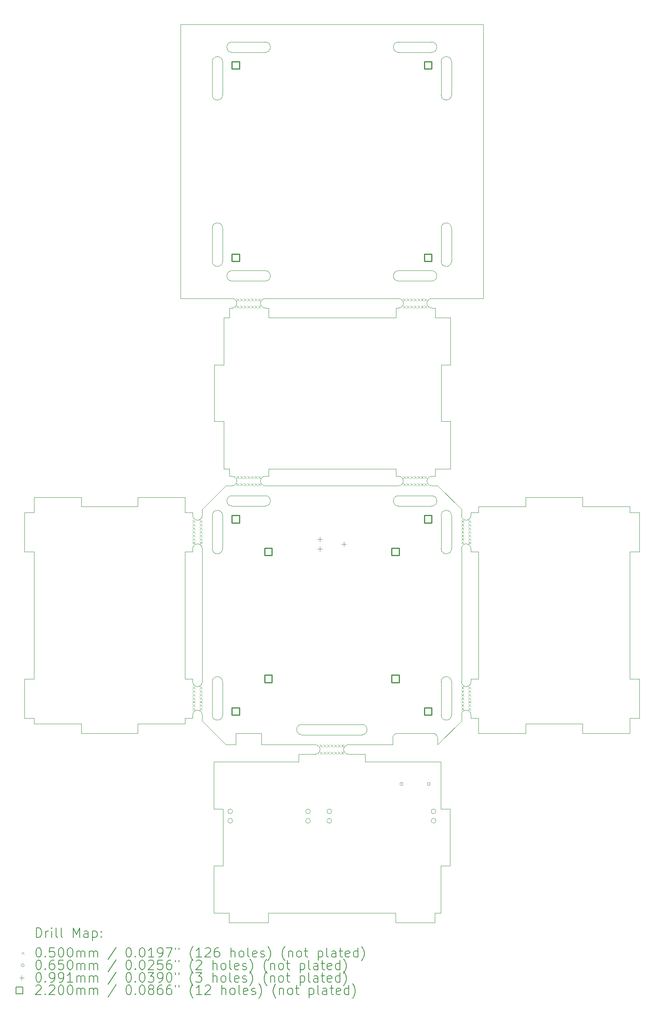
<source format=gbr>
%FSLAX45Y45*%
G04 Gerber Fmt 4.5, Leading zero omitted, Abs format (unit mm)*
G04 Created by KiCad (PCBNEW (6.0.1)) date 2022-11-09 09:08:13*
%MOMM*%
%LPD*%
G01*
G04 APERTURE LIST*
%TA.AperFunction,Profile*%
%ADD10C,0.100000*%
%TD*%
%ADD11C,0.200000*%
%ADD12C,0.050000*%
%ADD13C,0.065000*%
%ADD14C,0.099060*%
%ADD15C,0.220000*%
G04 APERTURE END LIST*
D10*
X18089833Y-9553920D02*
G75*
G03*
X17869833Y-9553920I-110000J0D01*
G01*
X22634832Y-20346293D02*
G75*
G03*
X22534832Y-20246293I-100000J0D01*
G01*
X22639832Y-15006272D02*
X22512077Y-15006272D01*
X18089833Y-19156273D02*
G75*
G03*
X17869833Y-19156273I-110000J0D01*
G01*
X22929832Y-9553920D02*
X22929832Y-10253920D01*
X16297517Y-15446272D02*
X15097517Y-15446272D01*
X21684833Y-20486293D02*
X21684833Y-20346293D01*
X17659833Y-19986273D02*
X17659833Y-19857858D01*
X26700832Y-20246273D02*
X26700832Y-19921273D01*
X22699832Y-21846273D02*
X22899832Y-21846273D01*
X22910980Y-14645252D02*
X22910980Y-13645252D01*
X20749829Y-20686273D02*
X21099833Y-20686273D01*
X18224833Y-24046272D02*
X18224833Y-24246272D01*
X19699833Y-20686273D02*
X20049836Y-20686273D01*
X17199833Y-5243920D02*
X23599832Y-5243920D01*
X22509832Y-10673920D02*
X21809833Y-10673920D01*
X17199833Y-11043920D02*
X17199833Y-5243920D01*
X21809500Y-11245252D02*
X21755980Y-11245252D01*
X22599832Y-21896273D02*
G75*
G03*
X22599832Y-21896273I-50000J0D01*
G01*
X23340832Y-16401272D02*
X23500832Y-16401272D01*
X22639832Y-20486273D02*
X23139832Y-19986273D01*
X22509832Y-10673920D02*
G75*
G03*
X22509832Y-10453920I0J110000D01*
G01*
X26700832Y-15571272D02*
X26700832Y-15446272D01*
X23340832Y-19921273D02*
X23500832Y-19921273D01*
X22639832Y-20486273D02*
X22634832Y-20486293D01*
X23340832Y-15571272D02*
X23500832Y-15571272D01*
X19764833Y-20056273D02*
G75*
G03*
X19764833Y-20276273I0J-110000D01*
G01*
X22709832Y-19156273D02*
X22709832Y-19856273D01*
X22710980Y-12445252D02*
X22910980Y-12445252D01*
X23139832Y-15634658D02*
X23139832Y-15506272D01*
X18288950Y-14805252D02*
X18235980Y-14805252D01*
X17457518Y-19921273D02*
X17297518Y-19921273D01*
X22899832Y-21846273D02*
X22899832Y-23046272D01*
X18089833Y-6033920D02*
G75*
G03*
X17869833Y-6033920I-110000J0D01*
G01*
X19065980Y-14805252D02*
X18990635Y-14805252D01*
X18289059Y-11245252D02*
X18235980Y-11245252D01*
X22506148Y-11043920D02*
G75*
G03*
X22516304Y-11245252I5078J-100666D01*
G01*
X22509832Y-5833920D02*
G75*
G03*
X22509832Y-5613920I0J110000D01*
G01*
X19054833Y-24046272D02*
X19054833Y-24246272D01*
X22585980Y-14805252D02*
X22585980Y-14645252D01*
X22929832Y-15636272D02*
G75*
G03*
X22709832Y-15636272I-110000J0D01*
G01*
X23340832Y-16338887D02*
G75*
G03*
X23139832Y-16336320I-100484J2567D01*
G01*
X17869833Y-19156273D02*
X17869833Y-19856273D01*
X23500832Y-19921273D02*
X23500832Y-20246273D01*
X22511365Y-14805252D02*
G75*
G03*
X22512077Y-15006272I356J-100510D01*
G01*
X22929832Y-9553920D02*
G75*
G03*
X22709832Y-9553920I-110000J0D01*
G01*
X14097517Y-19091273D02*
X13897517Y-19091273D01*
X23340832Y-19156680D02*
X23340832Y-19091273D01*
X14097517Y-16401272D02*
X14097517Y-19091273D01*
X15097517Y-20046273D02*
X15097517Y-20246273D01*
X23139832Y-19986273D02*
X23139832Y-19855865D01*
X26700832Y-15446272D02*
X25700832Y-15446272D01*
X18288055Y-11043920D02*
X17199833Y-11043920D01*
X17659833Y-16338388D02*
G75*
G03*
X17457518Y-16338388I-101158J0D01*
G01*
X17457518Y-15634157D02*
G75*
G03*
X17659833Y-15633157I101160J-1D01*
G01*
X19699833Y-20686273D02*
X19699833Y-20846273D01*
X16297517Y-20246273D02*
X16297517Y-20046273D01*
X22709832Y-6733920D02*
G75*
G03*
X22929832Y-6733920I110000J0D01*
G01*
X18224833Y-24046272D02*
X17899833Y-24046272D01*
X26700832Y-15571272D02*
X26900832Y-15571272D01*
X18289833Y-10453920D02*
G75*
G03*
X18289833Y-10673920I0J-110000D01*
G01*
X17457518Y-19091273D02*
X17297518Y-19091273D01*
X16297517Y-20046273D02*
X17297518Y-20046273D01*
X19065980Y-14645252D02*
X21755980Y-14645252D01*
X22910980Y-11445252D02*
X22585980Y-11445252D01*
X22929832Y-16336272D02*
X22929832Y-15636272D01*
X21809390Y-15006272D02*
X18991635Y-15006272D01*
X17899833Y-20846273D02*
X19699833Y-20846273D01*
X17869833Y-16336272D02*
G75*
G03*
X18089833Y-16336272I110000J0D01*
G01*
X17297518Y-20046273D02*
X17297518Y-19921273D01*
X21099833Y-20686273D02*
X21099833Y-20846273D01*
X20395400Y-22096273D02*
G75*
G03*
X20395400Y-22096273I-50000J0D01*
G01*
X26900832Y-19921273D02*
X26900832Y-19091273D01*
X21809500Y-11245253D02*
G75*
G03*
X21809500Y-11043920I0J100666D01*
G01*
X20395400Y-21896273D02*
G75*
G03*
X20395400Y-21896273I-50000J0D01*
G01*
X17457518Y-19091273D02*
X17457518Y-19156676D01*
X18289833Y-15436272D02*
X18989833Y-15436272D01*
X17910980Y-12445252D02*
X17910980Y-13645252D01*
X14097517Y-19921273D02*
X13897517Y-19921273D01*
X23139832Y-19155865D02*
X23139832Y-16336320D01*
X21809833Y-5613920D02*
X22509832Y-5613920D01*
X18990635Y-14805252D02*
G75*
G03*
X18991635Y-15006272I500J-100510D01*
G01*
X22929832Y-19856273D02*
X22929832Y-19156273D01*
X17910980Y-13645252D02*
X18110980Y-13645252D01*
X18099833Y-21846273D02*
X17899833Y-21846273D01*
X23500832Y-16401272D02*
X23500832Y-19091273D01*
X18089833Y-9553920D02*
X18089833Y-10253920D01*
X23500832Y-20246273D02*
X24500832Y-20246273D01*
X18914833Y-20246293D02*
X18364833Y-20246293D01*
X18099833Y-21846273D02*
X18099833Y-23046272D01*
X22699832Y-24046272D02*
X22574832Y-24046272D01*
X17297518Y-15246272D02*
X16297517Y-15246272D01*
X22585980Y-14645252D02*
X22910980Y-14645252D01*
X22509832Y-5833920D02*
X21809833Y-5833920D01*
X26700832Y-19091273D02*
X26700832Y-16401272D01*
X21034833Y-20276273D02*
G75*
G03*
X21034833Y-20056273I0J110000D01*
G01*
X21755980Y-11445252D02*
X19065980Y-11445252D01*
X17457518Y-16338388D02*
X17457518Y-16401272D01*
X18159833Y-15006272D02*
X17659833Y-15506272D01*
X18089833Y-16336272D02*
X18089833Y-15636272D01*
X17659833Y-19153571D02*
X17659833Y-16338388D01*
X20049836Y-20686273D02*
G75*
G03*
X20049836Y-20486293I0J99990D01*
G01*
X19054833Y-24246272D02*
X18224833Y-24246272D01*
X22585980Y-11445252D02*
X22585980Y-11245252D01*
X18364833Y-20486293D02*
X18364833Y-20246293D01*
X22929832Y-6033920D02*
X22929832Y-6733920D01*
X19945820Y-21896273D02*
G75*
G03*
X19945820Y-21896273I-50000J0D01*
G01*
X22534832Y-20246293D02*
X21784833Y-20246293D01*
X17869833Y-6733920D02*
X17869833Y-6033920D01*
X22509832Y-15436272D02*
G75*
G03*
X22509832Y-15216272I0J110000D01*
G01*
X18299833Y-22096273D02*
G75*
G03*
X18299833Y-22096273I-50000J0D01*
G01*
X13897517Y-15571272D02*
X13897517Y-16401272D01*
X17457518Y-19855869D02*
X17457518Y-19921273D01*
X26700832Y-19921273D02*
X26900832Y-19921273D01*
X22929832Y-19156273D02*
G75*
G03*
X22709832Y-19156273I-110000J0D01*
G01*
X21809833Y-5613920D02*
G75*
G03*
X21809833Y-5833920I0J-110000D01*
G01*
X22910980Y-12445252D02*
X22910980Y-11445252D01*
X18110980Y-12445252D02*
X17910980Y-12445252D01*
X21784833Y-20246293D02*
G75*
G03*
X21684833Y-20346293I0J-100000D01*
G01*
X22709832Y-10253920D02*
X22709832Y-9553920D01*
X21744833Y-24046272D02*
X19054833Y-24046272D01*
X23599832Y-11043920D02*
X22506148Y-11043920D01*
X20749836Y-20486293D02*
G75*
G03*
X20749829Y-20686273I1J-99990D01*
G01*
X18235980Y-14805252D02*
X18235980Y-14645252D01*
X17457518Y-15571272D02*
X17297518Y-15571272D01*
X17457518Y-15571272D02*
X17457518Y-15634157D01*
X24500832Y-15446272D02*
X23500832Y-15446272D01*
X15097517Y-15246272D02*
X14097517Y-15246272D01*
X18089833Y-15636272D02*
G75*
G03*
X17869833Y-15636272I-110000J0D01*
G01*
X19764833Y-20276273D02*
X21034833Y-20276273D01*
X23340832Y-19091273D02*
X23500832Y-19091273D01*
X19945820Y-22096273D02*
G75*
G03*
X19945820Y-22096273I-50000J0D01*
G01*
X18989833Y-15436272D02*
G75*
G03*
X18989833Y-15216272I0J110000D01*
G01*
X26700832Y-16401272D02*
X26900832Y-16401272D01*
X18289059Y-11245253D02*
G75*
G03*
X18288055Y-11043920I-502J100666D01*
G01*
X17869833Y-19856273D02*
G75*
G03*
X18089833Y-19856273I110000J0D01*
G01*
X25700832Y-20046273D02*
X25700832Y-20246273D01*
X18089833Y-19856273D02*
X18089833Y-19156273D01*
X18299833Y-21896273D02*
G75*
G03*
X18299833Y-21896273I-50000J0D01*
G01*
X22910980Y-13645252D02*
X22710980Y-13645252D01*
X18288950Y-15006272D02*
G75*
G03*
X18288950Y-14805252I0J100510D01*
G01*
X22709832Y-10253920D02*
G75*
G03*
X22929832Y-10253920I110000J0D01*
G01*
X14097517Y-19921273D02*
X14097517Y-20046273D01*
X23500832Y-15446272D02*
X23500832Y-15571272D01*
X22709832Y-15636272D02*
X22709832Y-16336272D01*
X21809833Y-10453920D02*
X22509832Y-10453920D01*
X21809390Y-15006272D02*
G75*
G03*
X21809390Y-14805252I0J100510D01*
G01*
X17899833Y-21846273D02*
X17899833Y-20846273D01*
X21755980Y-11445252D02*
X21755980Y-11245252D01*
X17457518Y-16401272D02*
X17297518Y-16401272D01*
X18914833Y-20486293D02*
X18914833Y-20246293D01*
X24500832Y-15246272D02*
X24500832Y-15446272D01*
X23139832Y-15506272D02*
X22639832Y-15006272D01*
X17869833Y-6733920D02*
G75*
G03*
X18089833Y-6733920I110000J0D01*
G01*
X17457518Y-19156676D02*
G75*
G03*
X17659833Y-19153571I101182J-12D01*
G01*
X18364833Y-20486293D02*
X18159833Y-20486273D01*
X21099833Y-20846273D02*
X22699832Y-20846273D01*
X18289833Y-15216272D02*
G75*
G03*
X18289833Y-15436272I0J-110000D01*
G01*
X22699832Y-20846273D02*
X22699832Y-21846273D01*
X26900832Y-16401272D02*
X26900832Y-15571272D01*
X18289833Y-5613920D02*
X18989833Y-5613920D01*
X18989833Y-15216272D02*
X18289833Y-15216272D01*
X24500832Y-20246273D02*
X24500832Y-20046273D01*
X18989833Y-5833920D02*
X18289833Y-5833920D01*
X21744833Y-24046272D02*
X21744833Y-24246272D01*
X23599832Y-5243920D02*
X23599832Y-11043920D01*
X17297518Y-19091273D02*
X17297518Y-16401272D01*
X22599832Y-22096273D02*
G75*
G03*
X22599832Y-22096273I-50000J0D01*
G01*
X18289833Y-5613920D02*
G75*
G03*
X18289833Y-5833920I0J-110000D01*
G01*
X18289833Y-10453920D02*
X18989833Y-10453920D01*
X21684833Y-20486293D02*
X20749836Y-20486293D01*
X26700832Y-19091273D02*
X26900832Y-19091273D01*
X18989833Y-10673920D02*
G75*
G03*
X18989833Y-10453920I0J110000D01*
G01*
X22509832Y-15216272D02*
X21809833Y-15216272D01*
X18235980Y-11445252D02*
X18235980Y-11245252D01*
X18110980Y-14645252D02*
X18235980Y-14645252D01*
X21809390Y-14805252D02*
X21755980Y-14805252D01*
X15097517Y-15446272D02*
X15097517Y-15246272D01*
X17869833Y-10253920D02*
X17869833Y-9553920D01*
X21755980Y-14805252D02*
X21755980Y-14645252D01*
X18235980Y-11445252D02*
X18110980Y-11445252D01*
X17869833Y-10253920D02*
G75*
G03*
X18089833Y-10253920I110000J0D01*
G01*
X20049836Y-20486293D02*
X18914833Y-20486293D01*
X17297518Y-15571272D02*
X17297518Y-15246272D01*
X22574832Y-24046272D02*
X22574832Y-24246272D01*
X23340832Y-19855865D02*
G75*
G03*
X23139832Y-19855865I-100500J0D01*
G01*
X22710980Y-13645252D02*
X22710980Y-12445252D01*
X19065980Y-14805252D02*
X19065980Y-14645252D01*
X18990524Y-11043920D02*
G75*
G03*
X18991524Y-11245252I500J-100666D01*
G01*
X22929832Y-6033920D02*
G75*
G03*
X22709832Y-6033920I-110000J0D01*
G01*
X18110980Y-11445252D02*
X18110980Y-12445252D01*
X17899833Y-23046272D02*
X18099833Y-23046272D01*
X21809500Y-11043920D02*
X18990524Y-11043920D01*
X14097517Y-20046273D02*
X15097517Y-20046273D01*
X23139832Y-15634658D02*
G75*
G03*
X23340832Y-15633658I100503J0D01*
G01*
X17899833Y-24046272D02*
X17899833Y-23046272D01*
X24500832Y-20046273D02*
X25700832Y-20046273D01*
X23139833Y-19155865D02*
G75*
G03*
X23340832Y-19156680I100494J-1819D01*
G01*
X18989833Y-10673920D02*
X18289833Y-10673920D01*
X22574832Y-24246272D02*
X21744833Y-24246272D01*
X14097517Y-16401272D02*
X13897517Y-16401272D01*
X23340832Y-19921273D02*
X23340832Y-19855865D01*
X21809833Y-10453920D02*
G75*
G03*
X21809833Y-10673920I0J-110000D01*
G01*
X22585980Y-11245252D02*
X22516304Y-11245252D01*
X18288950Y-15006272D02*
X18159833Y-15006272D01*
X22709832Y-16336272D02*
G75*
G03*
X22929832Y-16336272I110000J0D01*
G01*
X17659833Y-15633157D02*
X17659833Y-15506272D01*
X25700832Y-15246272D02*
X24500832Y-15246272D01*
X18989833Y-5833920D02*
G75*
G03*
X18989833Y-5613920I0J110000D01*
G01*
X22585980Y-14805252D02*
X22511365Y-14805252D01*
X17659833Y-19986273D02*
X18159833Y-20486273D01*
X25700832Y-20246273D02*
X26700832Y-20246273D01*
X14097517Y-15571272D02*
X13897517Y-15571272D01*
X17659833Y-19857858D02*
G75*
G03*
X17457518Y-19855869I-101167J0D01*
G01*
X17869833Y-15636272D02*
X17869833Y-16336272D01*
X18089833Y-6033920D02*
X18089833Y-6733920D01*
X14097517Y-15246272D02*
X14097517Y-15571272D01*
X22899832Y-23046272D02*
X22699832Y-23046272D01*
X16297517Y-15246272D02*
X16297517Y-15446272D01*
X22709832Y-19856273D02*
G75*
G03*
X22929832Y-19856273I110000J0D01*
G01*
X18110980Y-14645252D02*
X18110980Y-13645252D01*
X22634832Y-20486293D02*
X22634832Y-20346293D01*
X15097517Y-20246273D02*
X16297517Y-20246273D01*
X23340832Y-15633658D02*
X23340832Y-15571272D01*
X23340832Y-16401272D02*
X23340832Y-16338887D01*
X19065980Y-11445252D02*
X19065980Y-11245252D01*
X13897517Y-19091273D02*
X13897517Y-19921273D01*
X21034833Y-20056273D02*
X19764833Y-20056273D01*
X25700832Y-15446272D02*
X25700832Y-15246272D01*
X22699832Y-23046272D02*
X22699832Y-24046272D01*
X21809833Y-15216272D02*
G75*
G03*
X21809833Y-15436272I0J-110000D01*
G01*
X21809833Y-15436272D02*
X22509832Y-15436272D01*
X19065980Y-11245252D02*
X18991524Y-11245252D01*
X22709832Y-6733920D02*
X22709832Y-6033920D01*
D11*
D12*
X17457833Y-15736272D02*
X17507833Y-15786272D01*
X17507833Y-15736272D02*
X17457833Y-15786272D01*
X17457833Y-15811272D02*
X17507833Y-15861272D01*
X17507833Y-15811272D02*
X17457833Y-15861272D01*
X17457833Y-15886272D02*
X17507833Y-15936272D01*
X17507833Y-15886272D02*
X17457833Y-15936272D01*
X17457833Y-15961272D02*
X17507833Y-16011272D01*
X17507833Y-15961272D02*
X17457833Y-16011272D01*
X17457833Y-16036272D02*
X17507833Y-16086272D01*
X17507833Y-16036272D02*
X17457833Y-16086272D01*
X17457833Y-16111272D02*
X17507833Y-16161272D01*
X17507833Y-16111272D02*
X17457833Y-16161272D01*
X17457833Y-16186272D02*
X17507833Y-16236272D01*
X17507833Y-16186272D02*
X17457833Y-16236272D01*
X17458033Y-19256273D02*
X17508033Y-19306273D01*
X17508033Y-19256273D02*
X17458033Y-19306273D01*
X17458033Y-19331273D02*
X17508033Y-19381273D01*
X17508033Y-19331273D02*
X17458033Y-19381273D01*
X17458033Y-19406273D02*
X17508033Y-19456273D01*
X17508033Y-19406273D02*
X17458033Y-19456273D01*
X17458033Y-19481273D02*
X17508033Y-19531273D01*
X17508033Y-19481273D02*
X17458033Y-19531273D01*
X17458033Y-19556273D02*
X17508033Y-19606273D01*
X17508033Y-19556273D02*
X17458033Y-19606273D01*
X17458033Y-19631273D02*
X17508033Y-19681273D01*
X17508033Y-19631273D02*
X17458033Y-19681273D01*
X17458033Y-19706273D02*
X17508033Y-19756273D01*
X17508033Y-19706273D02*
X17458033Y-19756273D01*
X17607833Y-15736272D02*
X17657833Y-15786272D01*
X17657833Y-15736272D02*
X17607833Y-15786272D01*
X17607833Y-15811272D02*
X17657833Y-15861272D01*
X17657833Y-15811272D02*
X17607833Y-15861272D01*
X17607833Y-15886272D02*
X17657833Y-15936272D01*
X17657833Y-15886272D02*
X17607833Y-15936272D01*
X17607833Y-15961272D02*
X17657833Y-16011272D01*
X17657833Y-15961272D02*
X17607833Y-16011272D01*
X17607833Y-16036272D02*
X17657833Y-16086272D01*
X17657833Y-16036272D02*
X17607833Y-16086272D01*
X17607833Y-16111272D02*
X17657833Y-16161272D01*
X17657833Y-16111272D02*
X17607833Y-16161272D01*
X17607833Y-16186272D02*
X17657833Y-16236272D01*
X17657833Y-16186272D02*
X17607833Y-16236272D01*
X17608033Y-19256273D02*
X17658033Y-19306273D01*
X17658033Y-19256273D02*
X17608033Y-19306273D01*
X17608033Y-19331273D02*
X17658033Y-19381273D01*
X17658033Y-19331273D02*
X17608033Y-19381273D01*
X17608033Y-19406273D02*
X17658033Y-19456273D01*
X17658033Y-19406273D02*
X17608033Y-19456273D01*
X17608033Y-19481273D02*
X17658033Y-19531273D01*
X17658033Y-19481273D02*
X17608033Y-19531273D01*
X17608033Y-19556273D02*
X17658033Y-19606273D01*
X17658033Y-19556273D02*
X17608033Y-19606273D01*
X17608033Y-19631273D02*
X17658033Y-19681273D01*
X17658033Y-19631273D02*
X17608033Y-19681273D01*
X17608033Y-19706273D02*
X17658033Y-19756273D01*
X17658033Y-19706273D02*
X17608033Y-19756273D01*
X18389833Y-11045273D02*
X18439833Y-11095273D01*
X18439833Y-11045273D02*
X18389833Y-11095273D01*
X18389833Y-11195272D02*
X18439833Y-11245272D01*
X18439833Y-11195272D02*
X18389833Y-11245272D01*
X18389833Y-14805272D02*
X18439833Y-14855272D01*
X18439833Y-14805272D02*
X18389833Y-14855272D01*
X18389833Y-14955272D02*
X18439833Y-15005272D01*
X18439833Y-14955272D02*
X18389833Y-15005272D01*
X18464833Y-11045273D02*
X18514833Y-11095273D01*
X18514833Y-11045273D02*
X18464833Y-11095273D01*
X18464833Y-11195272D02*
X18514833Y-11245272D01*
X18514833Y-11195272D02*
X18464833Y-11245272D01*
X18464833Y-14805272D02*
X18514833Y-14855272D01*
X18514833Y-14805272D02*
X18464833Y-14855272D01*
X18464833Y-14955272D02*
X18514833Y-15005272D01*
X18514833Y-14955272D02*
X18464833Y-15005272D01*
X18539833Y-11045273D02*
X18589833Y-11095273D01*
X18589833Y-11045273D02*
X18539833Y-11095273D01*
X18539833Y-11195272D02*
X18589833Y-11245272D01*
X18589833Y-11195272D02*
X18539833Y-11245272D01*
X18539833Y-14805272D02*
X18589833Y-14855272D01*
X18589833Y-14805272D02*
X18539833Y-14855272D01*
X18539833Y-14955272D02*
X18589833Y-15005272D01*
X18589833Y-14955272D02*
X18539833Y-15005272D01*
X18614833Y-11045273D02*
X18664833Y-11095273D01*
X18664833Y-11045273D02*
X18614833Y-11095273D01*
X18614833Y-11195272D02*
X18664833Y-11245272D01*
X18664833Y-11195272D02*
X18614833Y-11245272D01*
X18614833Y-14805272D02*
X18664833Y-14855272D01*
X18664833Y-14805272D02*
X18614833Y-14855272D01*
X18614833Y-14955272D02*
X18664833Y-15005272D01*
X18664833Y-14955272D02*
X18614833Y-15005272D01*
X18689833Y-11045273D02*
X18739833Y-11095273D01*
X18739833Y-11045273D02*
X18689833Y-11095273D01*
X18689833Y-11195272D02*
X18739833Y-11245272D01*
X18739833Y-11195272D02*
X18689833Y-11245272D01*
X18689833Y-14805272D02*
X18739833Y-14855272D01*
X18739833Y-14805272D02*
X18689833Y-14855272D01*
X18689833Y-14955272D02*
X18739833Y-15005272D01*
X18739833Y-14955272D02*
X18689833Y-15005272D01*
X18764833Y-11045273D02*
X18814833Y-11095273D01*
X18814833Y-11045273D02*
X18764833Y-11095273D01*
X18764833Y-11195272D02*
X18814833Y-11245272D01*
X18814833Y-11195272D02*
X18764833Y-11245272D01*
X18764833Y-14805272D02*
X18814833Y-14855272D01*
X18814833Y-14805272D02*
X18764833Y-14855272D01*
X18764833Y-14955272D02*
X18814833Y-15005272D01*
X18814833Y-14955272D02*
X18764833Y-15005272D01*
X18839833Y-11045273D02*
X18889833Y-11095273D01*
X18889833Y-11045273D02*
X18839833Y-11095273D01*
X18839833Y-11195272D02*
X18889833Y-11245272D01*
X18889833Y-11195272D02*
X18839833Y-11245272D01*
X18839833Y-14805272D02*
X18889833Y-14855272D01*
X18889833Y-14805272D02*
X18839833Y-14855272D01*
X18839833Y-14955272D02*
X18889833Y-15005272D01*
X18889833Y-14955272D02*
X18839833Y-15005272D01*
X20149833Y-20486273D02*
X20199833Y-20536273D01*
X20199833Y-20486273D02*
X20149833Y-20536273D01*
X20149833Y-20636273D02*
X20199833Y-20686273D01*
X20199833Y-20636273D02*
X20149833Y-20686273D01*
X20224833Y-20486273D02*
X20274833Y-20536273D01*
X20274833Y-20486273D02*
X20224833Y-20536273D01*
X20224833Y-20636273D02*
X20274833Y-20686273D01*
X20274833Y-20636273D02*
X20224833Y-20686273D01*
X20299833Y-20486273D02*
X20349833Y-20536273D01*
X20349833Y-20486273D02*
X20299833Y-20536273D01*
X20299833Y-20636273D02*
X20349833Y-20686273D01*
X20349833Y-20636273D02*
X20299833Y-20686273D01*
X20374833Y-20486273D02*
X20424833Y-20536273D01*
X20424833Y-20486273D02*
X20374833Y-20536273D01*
X20374833Y-20636273D02*
X20424833Y-20686273D01*
X20424833Y-20636273D02*
X20374833Y-20686273D01*
X20449833Y-20486273D02*
X20499833Y-20536273D01*
X20499833Y-20486273D02*
X20449833Y-20536273D01*
X20449833Y-20636273D02*
X20499833Y-20686273D01*
X20499833Y-20636273D02*
X20449833Y-20686273D01*
X20524833Y-20486273D02*
X20574833Y-20536273D01*
X20574833Y-20486273D02*
X20524833Y-20536273D01*
X20524833Y-20636273D02*
X20574833Y-20686273D01*
X20574833Y-20636273D02*
X20524833Y-20686273D01*
X20599833Y-20486273D02*
X20649833Y-20536273D01*
X20649833Y-20486273D02*
X20599833Y-20536273D01*
X20599833Y-20636273D02*
X20649833Y-20686273D01*
X20649833Y-20636273D02*
X20599833Y-20686273D01*
X21909833Y-11045273D02*
X21959833Y-11095273D01*
X21959833Y-11045273D02*
X21909833Y-11095273D01*
X21909833Y-11195272D02*
X21959833Y-11245272D01*
X21959833Y-11195272D02*
X21909833Y-11245272D01*
X21909833Y-14805272D02*
X21959833Y-14855272D01*
X21959833Y-14805272D02*
X21909833Y-14855272D01*
X21909833Y-14955272D02*
X21959833Y-15005272D01*
X21959833Y-14955272D02*
X21909833Y-15005272D01*
X21984833Y-11045273D02*
X22034833Y-11095273D01*
X22034833Y-11045273D02*
X21984833Y-11095273D01*
X21984833Y-11195272D02*
X22034833Y-11245272D01*
X22034833Y-11195272D02*
X21984833Y-11245272D01*
X21984833Y-14805272D02*
X22034833Y-14855272D01*
X22034833Y-14805272D02*
X21984833Y-14855272D01*
X21984833Y-14955272D02*
X22034833Y-15005272D01*
X22034833Y-14955272D02*
X21984833Y-15005272D01*
X22059833Y-11045273D02*
X22109833Y-11095273D01*
X22109833Y-11045273D02*
X22059833Y-11095273D01*
X22059833Y-11195272D02*
X22109833Y-11245272D01*
X22109833Y-11195272D02*
X22059833Y-11245272D01*
X22059833Y-14805272D02*
X22109833Y-14855272D01*
X22109833Y-14805272D02*
X22059833Y-14855272D01*
X22059833Y-14955272D02*
X22109833Y-15005272D01*
X22109833Y-14955272D02*
X22059833Y-15005272D01*
X22134833Y-11045273D02*
X22184833Y-11095273D01*
X22184833Y-11045273D02*
X22134833Y-11095273D01*
X22134833Y-11195272D02*
X22184833Y-11245272D01*
X22184833Y-11195272D02*
X22134833Y-11245272D01*
X22134833Y-14805272D02*
X22184833Y-14855272D01*
X22184833Y-14805272D02*
X22134833Y-14855272D01*
X22134833Y-14955272D02*
X22184833Y-15005272D01*
X22184833Y-14955272D02*
X22134833Y-15005272D01*
X22209833Y-11045273D02*
X22259833Y-11095273D01*
X22259833Y-11045273D02*
X22209833Y-11095273D01*
X22209833Y-11195272D02*
X22259833Y-11245272D01*
X22259833Y-11195272D02*
X22209833Y-11245272D01*
X22209833Y-14805272D02*
X22259833Y-14855272D01*
X22259833Y-14805272D02*
X22209833Y-14855272D01*
X22209833Y-14955272D02*
X22259833Y-15005272D01*
X22259833Y-14955272D02*
X22209833Y-15005272D01*
X22284833Y-11045273D02*
X22334833Y-11095273D01*
X22334833Y-11045273D02*
X22284833Y-11095273D01*
X22284833Y-11195272D02*
X22334833Y-11245272D01*
X22334833Y-11195272D02*
X22284833Y-11245272D01*
X22284833Y-14805272D02*
X22334833Y-14855272D01*
X22334833Y-14805272D02*
X22284833Y-14855272D01*
X22284833Y-14955272D02*
X22334833Y-15005272D01*
X22334833Y-14955272D02*
X22284833Y-15005272D01*
X22359833Y-11045273D02*
X22409832Y-11095273D01*
X22409832Y-11045273D02*
X22359833Y-11095273D01*
X22359833Y-11195272D02*
X22409832Y-11245272D01*
X22409832Y-11195272D02*
X22359833Y-11245272D01*
X22359833Y-14805272D02*
X22409832Y-14855272D01*
X22409832Y-14805272D02*
X22359833Y-14855272D01*
X22359833Y-14955272D02*
X22409832Y-15005272D01*
X22409832Y-14955272D02*
X22359833Y-15005272D01*
X23140232Y-15736272D02*
X23190232Y-15786272D01*
X23190232Y-15736272D02*
X23140232Y-15786272D01*
X23140232Y-15811272D02*
X23190232Y-15861272D01*
X23190232Y-15811272D02*
X23140232Y-15861272D01*
X23140232Y-15886272D02*
X23190232Y-15936272D01*
X23190232Y-15886272D02*
X23140232Y-15936272D01*
X23140232Y-15961272D02*
X23190232Y-16011272D01*
X23190232Y-15961272D02*
X23140232Y-16011272D01*
X23140232Y-16036272D02*
X23190232Y-16086272D01*
X23190232Y-16036272D02*
X23140232Y-16086272D01*
X23140232Y-16111272D02*
X23190232Y-16161272D01*
X23190232Y-16111272D02*
X23140232Y-16161272D01*
X23140232Y-16186272D02*
X23190232Y-16236272D01*
X23190232Y-16186272D02*
X23140232Y-16236272D01*
X23140232Y-19256273D02*
X23190232Y-19306273D01*
X23190232Y-19256273D02*
X23140232Y-19306273D01*
X23140232Y-19331273D02*
X23190232Y-19381273D01*
X23190232Y-19331273D02*
X23140232Y-19381273D01*
X23140232Y-19406273D02*
X23190232Y-19456273D01*
X23190232Y-19406273D02*
X23140232Y-19456273D01*
X23140232Y-19481273D02*
X23190232Y-19531273D01*
X23190232Y-19481273D02*
X23140232Y-19531273D01*
X23140232Y-19556273D02*
X23190232Y-19606273D01*
X23190232Y-19556273D02*
X23140232Y-19606273D01*
X23140232Y-19631273D02*
X23190232Y-19681273D01*
X23190232Y-19631273D02*
X23140232Y-19681273D01*
X23140232Y-19706273D02*
X23190232Y-19756273D01*
X23190232Y-19706273D02*
X23140232Y-19756273D01*
X23290232Y-15736272D02*
X23340232Y-15786272D01*
X23340232Y-15736272D02*
X23290232Y-15786272D01*
X23290232Y-15811272D02*
X23340232Y-15861272D01*
X23340232Y-15811272D02*
X23290232Y-15861272D01*
X23290232Y-15886272D02*
X23340232Y-15936272D01*
X23340232Y-15886272D02*
X23290232Y-15936272D01*
X23290232Y-15961272D02*
X23340232Y-16011272D01*
X23340232Y-15961272D02*
X23290232Y-16011272D01*
X23290232Y-16036272D02*
X23340232Y-16086272D01*
X23340232Y-16036272D02*
X23290232Y-16086272D01*
X23290232Y-16111272D02*
X23340232Y-16161272D01*
X23340232Y-16111272D02*
X23290232Y-16161272D01*
X23290232Y-16186272D02*
X23340232Y-16236272D01*
X23340232Y-16186272D02*
X23290232Y-16236272D01*
X23290232Y-19256273D02*
X23340232Y-19306273D01*
X23340232Y-19256273D02*
X23290232Y-19306273D01*
X23290232Y-19331273D02*
X23340232Y-19381273D01*
X23340232Y-19331273D02*
X23290232Y-19381273D01*
X23290232Y-19406273D02*
X23340232Y-19456273D01*
X23340232Y-19406273D02*
X23290232Y-19456273D01*
X23290232Y-19481273D02*
X23340232Y-19531273D01*
X23340232Y-19481273D02*
X23290232Y-19531273D01*
X23290232Y-19556273D02*
X23340232Y-19606273D01*
X23340232Y-19556273D02*
X23290232Y-19606273D01*
X23290232Y-19631273D02*
X23340232Y-19681273D01*
X23340232Y-19631273D02*
X23290232Y-19681273D01*
X23290232Y-19706273D02*
X23340232Y-19756273D01*
X23340232Y-19706273D02*
X23290232Y-19756273D01*
D13*
X21903333Y-21317573D02*
G75*
G03*
X21903333Y-21317573I-32500J0D01*
G01*
X22481332Y-21317573D02*
G75*
G03*
X22481332Y-21317573I-32500J0D01*
G01*
D14*
X20145833Y-16089582D02*
X20145833Y-16188642D01*
X20096303Y-16139112D02*
X20195363Y-16139112D01*
X20145833Y-16292782D02*
X20145833Y-16391842D01*
X20096303Y-16342312D02*
X20195363Y-16342312D01*
X20653833Y-16191182D02*
X20653833Y-16290242D01*
X20604303Y-16240712D02*
X20703363Y-16240712D01*
D15*
X18442615Y-6186702D02*
X18442615Y-6031137D01*
X18287050Y-6031137D01*
X18287050Y-6186702D01*
X18442615Y-6186702D01*
X18442615Y-10256703D02*
X18442615Y-10101138D01*
X18287050Y-10101138D01*
X18287050Y-10256703D01*
X18442615Y-10256703D01*
X18442615Y-15789055D02*
X18442615Y-15633490D01*
X18287050Y-15633490D01*
X18287050Y-15789055D01*
X18442615Y-15789055D01*
X18442615Y-19859055D02*
X18442615Y-19703490D01*
X18287050Y-19703490D01*
X18287050Y-19859055D01*
X18442615Y-19859055D01*
X19134112Y-16480552D02*
X19134112Y-16324987D01*
X18978547Y-16324987D01*
X18978547Y-16480552D01*
X19134112Y-16480552D01*
X19134112Y-19167558D02*
X19134112Y-19011993D01*
X18978547Y-19011993D01*
X18978547Y-19167558D01*
X19134112Y-19167558D01*
X21821118Y-16480552D02*
X21821118Y-16324987D01*
X21665553Y-16324987D01*
X21665553Y-16480552D01*
X21821118Y-16480552D01*
X21821118Y-19167558D02*
X21821118Y-19011993D01*
X21665553Y-19011993D01*
X21665553Y-19167558D01*
X21821118Y-19167558D01*
X22512615Y-6186702D02*
X22512615Y-6031137D01*
X22357050Y-6031137D01*
X22357050Y-6186702D01*
X22512615Y-6186702D01*
X22512615Y-10256703D02*
X22512615Y-10101138D01*
X22357050Y-10101138D01*
X22357050Y-10256703D01*
X22512615Y-10256703D01*
X22512615Y-15789055D02*
X22512615Y-15633490D01*
X22357050Y-15633490D01*
X22357050Y-15789055D01*
X22512615Y-15789055D01*
X22512615Y-19859055D02*
X22512615Y-19703490D01*
X22357050Y-19703490D01*
X22357050Y-19859055D01*
X22512615Y-19859055D01*
D11*
X14150136Y-24561749D02*
X14150136Y-24361749D01*
X14197755Y-24361749D01*
X14226327Y-24371272D01*
X14245375Y-24390320D01*
X14254898Y-24409368D01*
X14264422Y-24447463D01*
X14264422Y-24476034D01*
X14254898Y-24514130D01*
X14245375Y-24533177D01*
X14226327Y-24552225D01*
X14197755Y-24561749D01*
X14150136Y-24561749D01*
X14350136Y-24561749D02*
X14350136Y-24428415D01*
X14350136Y-24466510D02*
X14359660Y-24447463D01*
X14369184Y-24437939D01*
X14388232Y-24428415D01*
X14407279Y-24428415D01*
X14473946Y-24561749D02*
X14473946Y-24428415D01*
X14473946Y-24361749D02*
X14464422Y-24371272D01*
X14473946Y-24380796D01*
X14483470Y-24371272D01*
X14473946Y-24361749D01*
X14473946Y-24380796D01*
X14597755Y-24561749D02*
X14578708Y-24552225D01*
X14569184Y-24533177D01*
X14569184Y-24361749D01*
X14702517Y-24561749D02*
X14683470Y-24552225D01*
X14673946Y-24533177D01*
X14673946Y-24361749D01*
X14931089Y-24561749D02*
X14931089Y-24361749D01*
X14997755Y-24504606D01*
X15064422Y-24361749D01*
X15064422Y-24561749D01*
X15245375Y-24561749D02*
X15245375Y-24456987D01*
X15235851Y-24437939D01*
X15216803Y-24428415D01*
X15178708Y-24428415D01*
X15159660Y-24437939D01*
X15245375Y-24552225D02*
X15226327Y-24561749D01*
X15178708Y-24561749D01*
X15159660Y-24552225D01*
X15150136Y-24533177D01*
X15150136Y-24514130D01*
X15159660Y-24495082D01*
X15178708Y-24485558D01*
X15226327Y-24485558D01*
X15245375Y-24476034D01*
X15340613Y-24428415D02*
X15340613Y-24628415D01*
X15340613Y-24437939D02*
X15359660Y-24428415D01*
X15397755Y-24428415D01*
X15416803Y-24437939D01*
X15426327Y-24447463D01*
X15435851Y-24466510D01*
X15435851Y-24523653D01*
X15426327Y-24542701D01*
X15416803Y-24552225D01*
X15397755Y-24561749D01*
X15359660Y-24561749D01*
X15340613Y-24552225D01*
X15521565Y-24542701D02*
X15531089Y-24552225D01*
X15521565Y-24561749D01*
X15512041Y-24552225D01*
X15521565Y-24542701D01*
X15521565Y-24561749D01*
X15521565Y-24437939D02*
X15531089Y-24447463D01*
X15521565Y-24456987D01*
X15512041Y-24447463D01*
X15521565Y-24437939D01*
X15521565Y-24456987D01*
D12*
X13842517Y-24866272D02*
X13892517Y-24916272D01*
X13892517Y-24866272D02*
X13842517Y-24916272D01*
D11*
X14188232Y-24781749D02*
X14207279Y-24781749D01*
X14226327Y-24791272D01*
X14235851Y-24800796D01*
X14245375Y-24819844D01*
X14254898Y-24857939D01*
X14254898Y-24905558D01*
X14245375Y-24943653D01*
X14235851Y-24962701D01*
X14226327Y-24972225D01*
X14207279Y-24981749D01*
X14188232Y-24981749D01*
X14169184Y-24972225D01*
X14159660Y-24962701D01*
X14150136Y-24943653D01*
X14140613Y-24905558D01*
X14140613Y-24857939D01*
X14150136Y-24819844D01*
X14159660Y-24800796D01*
X14169184Y-24791272D01*
X14188232Y-24781749D01*
X14340613Y-24962701D02*
X14350136Y-24972225D01*
X14340613Y-24981749D01*
X14331089Y-24972225D01*
X14340613Y-24962701D01*
X14340613Y-24981749D01*
X14531089Y-24781749D02*
X14435851Y-24781749D01*
X14426327Y-24876987D01*
X14435851Y-24867463D01*
X14454898Y-24857939D01*
X14502517Y-24857939D01*
X14521565Y-24867463D01*
X14531089Y-24876987D01*
X14540613Y-24896034D01*
X14540613Y-24943653D01*
X14531089Y-24962701D01*
X14521565Y-24972225D01*
X14502517Y-24981749D01*
X14454898Y-24981749D01*
X14435851Y-24972225D01*
X14426327Y-24962701D01*
X14664422Y-24781749D02*
X14683470Y-24781749D01*
X14702517Y-24791272D01*
X14712041Y-24800796D01*
X14721565Y-24819844D01*
X14731089Y-24857939D01*
X14731089Y-24905558D01*
X14721565Y-24943653D01*
X14712041Y-24962701D01*
X14702517Y-24972225D01*
X14683470Y-24981749D01*
X14664422Y-24981749D01*
X14645375Y-24972225D01*
X14635851Y-24962701D01*
X14626327Y-24943653D01*
X14616803Y-24905558D01*
X14616803Y-24857939D01*
X14626327Y-24819844D01*
X14635851Y-24800796D01*
X14645375Y-24791272D01*
X14664422Y-24781749D01*
X14854898Y-24781749D02*
X14873946Y-24781749D01*
X14892994Y-24791272D01*
X14902517Y-24800796D01*
X14912041Y-24819844D01*
X14921565Y-24857939D01*
X14921565Y-24905558D01*
X14912041Y-24943653D01*
X14902517Y-24962701D01*
X14892994Y-24972225D01*
X14873946Y-24981749D01*
X14854898Y-24981749D01*
X14835851Y-24972225D01*
X14826327Y-24962701D01*
X14816803Y-24943653D01*
X14807279Y-24905558D01*
X14807279Y-24857939D01*
X14816803Y-24819844D01*
X14826327Y-24800796D01*
X14835851Y-24791272D01*
X14854898Y-24781749D01*
X15007279Y-24981749D02*
X15007279Y-24848415D01*
X15007279Y-24867463D02*
X15016803Y-24857939D01*
X15035851Y-24848415D01*
X15064422Y-24848415D01*
X15083470Y-24857939D01*
X15092994Y-24876987D01*
X15092994Y-24981749D01*
X15092994Y-24876987D02*
X15102517Y-24857939D01*
X15121565Y-24848415D01*
X15150136Y-24848415D01*
X15169184Y-24857939D01*
X15178708Y-24876987D01*
X15178708Y-24981749D01*
X15273946Y-24981749D02*
X15273946Y-24848415D01*
X15273946Y-24867463D02*
X15283470Y-24857939D01*
X15302517Y-24848415D01*
X15331089Y-24848415D01*
X15350136Y-24857939D01*
X15359660Y-24876987D01*
X15359660Y-24981749D01*
X15359660Y-24876987D02*
X15369184Y-24857939D01*
X15388232Y-24848415D01*
X15416803Y-24848415D01*
X15435851Y-24857939D01*
X15445375Y-24876987D01*
X15445375Y-24981749D01*
X15835851Y-24772225D02*
X15664422Y-25029368D01*
X16092994Y-24781749D02*
X16112041Y-24781749D01*
X16131089Y-24791272D01*
X16140613Y-24800796D01*
X16150136Y-24819844D01*
X16159660Y-24857939D01*
X16159660Y-24905558D01*
X16150136Y-24943653D01*
X16140613Y-24962701D01*
X16131089Y-24972225D01*
X16112041Y-24981749D01*
X16092994Y-24981749D01*
X16073946Y-24972225D01*
X16064422Y-24962701D01*
X16054898Y-24943653D01*
X16045375Y-24905558D01*
X16045375Y-24857939D01*
X16054898Y-24819844D01*
X16064422Y-24800796D01*
X16073946Y-24791272D01*
X16092994Y-24781749D01*
X16245375Y-24962701D02*
X16254898Y-24972225D01*
X16245375Y-24981749D01*
X16235851Y-24972225D01*
X16245375Y-24962701D01*
X16245375Y-24981749D01*
X16378708Y-24781749D02*
X16397755Y-24781749D01*
X16416803Y-24791272D01*
X16426327Y-24800796D01*
X16435851Y-24819844D01*
X16445375Y-24857939D01*
X16445375Y-24905558D01*
X16435851Y-24943653D01*
X16426327Y-24962701D01*
X16416803Y-24972225D01*
X16397755Y-24981749D01*
X16378708Y-24981749D01*
X16359660Y-24972225D01*
X16350136Y-24962701D01*
X16340613Y-24943653D01*
X16331089Y-24905558D01*
X16331089Y-24857939D01*
X16340613Y-24819844D01*
X16350136Y-24800796D01*
X16359660Y-24791272D01*
X16378708Y-24781749D01*
X16635851Y-24981749D02*
X16521565Y-24981749D01*
X16578708Y-24981749D02*
X16578708Y-24781749D01*
X16559660Y-24810320D01*
X16540613Y-24829368D01*
X16521565Y-24838891D01*
X16731089Y-24981749D02*
X16769184Y-24981749D01*
X16788232Y-24972225D01*
X16797756Y-24962701D01*
X16816803Y-24934130D01*
X16826327Y-24896034D01*
X16826327Y-24819844D01*
X16816803Y-24800796D01*
X16807279Y-24791272D01*
X16788232Y-24781749D01*
X16750136Y-24781749D01*
X16731089Y-24791272D01*
X16721565Y-24800796D01*
X16712041Y-24819844D01*
X16712041Y-24867463D01*
X16721565Y-24886510D01*
X16731089Y-24896034D01*
X16750136Y-24905558D01*
X16788232Y-24905558D01*
X16807279Y-24896034D01*
X16816803Y-24886510D01*
X16826327Y-24867463D01*
X16892994Y-24781749D02*
X17026327Y-24781749D01*
X16940613Y-24981749D01*
X17092994Y-24781749D02*
X17092994Y-24819844D01*
X17169184Y-24781749D02*
X17169184Y-24819844D01*
X17464422Y-25057939D02*
X17454898Y-25048415D01*
X17435851Y-25019844D01*
X17426327Y-25000796D01*
X17416803Y-24972225D01*
X17407279Y-24924606D01*
X17407279Y-24886510D01*
X17416803Y-24838891D01*
X17426327Y-24810320D01*
X17435851Y-24791272D01*
X17454898Y-24762701D01*
X17464422Y-24753177D01*
X17645375Y-24981749D02*
X17531089Y-24981749D01*
X17588232Y-24981749D02*
X17588232Y-24781749D01*
X17569184Y-24810320D01*
X17550137Y-24829368D01*
X17531089Y-24838891D01*
X17721565Y-24800796D02*
X17731089Y-24791272D01*
X17750137Y-24781749D01*
X17797756Y-24781749D01*
X17816803Y-24791272D01*
X17826327Y-24800796D01*
X17835851Y-24819844D01*
X17835851Y-24838891D01*
X17826327Y-24867463D01*
X17712041Y-24981749D01*
X17835851Y-24981749D01*
X18007279Y-24781749D02*
X17969184Y-24781749D01*
X17950137Y-24791272D01*
X17940613Y-24800796D01*
X17921565Y-24829368D01*
X17912041Y-24867463D01*
X17912041Y-24943653D01*
X17921565Y-24962701D01*
X17931089Y-24972225D01*
X17950137Y-24981749D01*
X17988232Y-24981749D01*
X18007279Y-24972225D01*
X18016803Y-24962701D01*
X18026327Y-24943653D01*
X18026327Y-24896034D01*
X18016803Y-24876987D01*
X18007279Y-24867463D01*
X17988232Y-24857939D01*
X17950137Y-24857939D01*
X17931089Y-24867463D01*
X17921565Y-24876987D01*
X17912041Y-24896034D01*
X18264422Y-24981749D02*
X18264422Y-24781749D01*
X18350137Y-24981749D02*
X18350137Y-24876987D01*
X18340613Y-24857939D01*
X18321565Y-24848415D01*
X18292994Y-24848415D01*
X18273946Y-24857939D01*
X18264422Y-24867463D01*
X18473946Y-24981749D02*
X18454898Y-24972225D01*
X18445375Y-24962701D01*
X18435851Y-24943653D01*
X18435851Y-24886510D01*
X18445375Y-24867463D01*
X18454898Y-24857939D01*
X18473946Y-24848415D01*
X18502517Y-24848415D01*
X18521565Y-24857939D01*
X18531089Y-24867463D01*
X18540613Y-24886510D01*
X18540613Y-24943653D01*
X18531089Y-24962701D01*
X18521565Y-24972225D01*
X18502517Y-24981749D01*
X18473946Y-24981749D01*
X18654898Y-24981749D02*
X18635851Y-24972225D01*
X18626327Y-24953177D01*
X18626327Y-24781749D01*
X18807279Y-24972225D02*
X18788232Y-24981749D01*
X18750137Y-24981749D01*
X18731089Y-24972225D01*
X18721565Y-24953177D01*
X18721565Y-24876987D01*
X18731089Y-24857939D01*
X18750137Y-24848415D01*
X18788232Y-24848415D01*
X18807279Y-24857939D01*
X18816803Y-24876987D01*
X18816803Y-24896034D01*
X18721565Y-24915082D01*
X18892994Y-24972225D02*
X18912041Y-24981749D01*
X18950137Y-24981749D01*
X18969184Y-24972225D01*
X18978708Y-24953177D01*
X18978708Y-24943653D01*
X18969184Y-24924606D01*
X18950137Y-24915082D01*
X18921565Y-24915082D01*
X18902517Y-24905558D01*
X18892994Y-24886510D01*
X18892994Y-24876987D01*
X18902517Y-24857939D01*
X18921565Y-24848415D01*
X18950137Y-24848415D01*
X18969184Y-24857939D01*
X19045375Y-25057939D02*
X19054898Y-25048415D01*
X19073946Y-25019844D01*
X19083470Y-25000796D01*
X19092994Y-24972225D01*
X19102517Y-24924606D01*
X19102517Y-24886510D01*
X19092994Y-24838891D01*
X19083470Y-24810320D01*
X19073946Y-24791272D01*
X19054898Y-24762701D01*
X19045375Y-24753177D01*
X19407279Y-25057939D02*
X19397756Y-25048415D01*
X19378708Y-25019844D01*
X19369184Y-25000796D01*
X19359660Y-24972225D01*
X19350137Y-24924606D01*
X19350137Y-24886510D01*
X19359660Y-24838891D01*
X19369184Y-24810320D01*
X19378708Y-24791272D01*
X19397756Y-24762701D01*
X19407279Y-24753177D01*
X19483470Y-24848415D02*
X19483470Y-24981749D01*
X19483470Y-24867463D02*
X19492994Y-24857939D01*
X19512041Y-24848415D01*
X19540613Y-24848415D01*
X19559660Y-24857939D01*
X19569184Y-24876987D01*
X19569184Y-24981749D01*
X19692994Y-24981749D02*
X19673946Y-24972225D01*
X19664422Y-24962701D01*
X19654898Y-24943653D01*
X19654898Y-24886510D01*
X19664422Y-24867463D01*
X19673946Y-24857939D01*
X19692994Y-24848415D01*
X19721565Y-24848415D01*
X19740613Y-24857939D01*
X19750137Y-24867463D01*
X19759660Y-24886510D01*
X19759660Y-24943653D01*
X19750137Y-24962701D01*
X19740613Y-24972225D01*
X19721565Y-24981749D01*
X19692994Y-24981749D01*
X19816803Y-24848415D02*
X19892994Y-24848415D01*
X19845375Y-24781749D02*
X19845375Y-24953177D01*
X19854898Y-24972225D01*
X19873946Y-24981749D01*
X19892994Y-24981749D01*
X20112041Y-24848415D02*
X20112041Y-25048415D01*
X20112041Y-24857939D02*
X20131089Y-24848415D01*
X20169184Y-24848415D01*
X20188232Y-24857939D01*
X20197756Y-24867463D01*
X20207279Y-24886510D01*
X20207279Y-24943653D01*
X20197756Y-24962701D01*
X20188232Y-24972225D01*
X20169184Y-24981749D01*
X20131089Y-24981749D01*
X20112041Y-24972225D01*
X20321565Y-24981749D02*
X20302517Y-24972225D01*
X20292994Y-24953177D01*
X20292994Y-24781749D01*
X20483470Y-24981749D02*
X20483470Y-24876987D01*
X20473946Y-24857939D01*
X20454898Y-24848415D01*
X20416803Y-24848415D01*
X20397756Y-24857939D01*
X20483470Y-24972225D02*
X20464422Y-24981749D01*
X20416803Y-24981749D01*
X20397756Y-24972225D01*
X20388232Y-24953177D01*
X20388232Y-24934130D01*
X20397756Y-24915082D01*
X20416803Y-24905558D01*
X20464422Y-24905558D01*
X20483470Y-24896034D01*
X20550137Y-24848415D02*
X20626327Y-24848415D01*
X20578708Y-24781749D02*
X20578708Y-24953177D01*
X20588232Y-24972225D01*
X20607279Y-24981749D01*
X20626327Y-24981749D01*
X20769184Y-24972225D02*
X20750137Y-24981749D01*
X20712041Y-24981749D01*
X20692994Y-24972225D01*
X20683470Y-24953177D01*
X20683470Y-24876987D01*
X20692994Y-24857939D01*
X20712041Y-24848415D01*
X20750137Y-24848415D01*
X20769184Y-24857939D01*
X20778708Y-24876987D01*
X20778708Y-24896034D01*
X20683470Y-24915082D01*
X20950137Y-24981749D02*
X20950137Y-24781749D01*
X20950137Y-24972225D02*
X20931089Y-24981749D01*
X20892994Y-24981749D01*
X20873946Y-24972225D01*
X20864422Y-24962701D01*
X20854898Y-24943653D01*
X20854898Y-24886510D01*
X20864422Y-24867463D01*
X20873946Y-24857939D01*
X20892994Y-24848415D01*
X20931089Y-24848415D01*
X20950137Y-24857939D01*
X21026327Y-25057939D02*
X21035851Y-25048415D01*
X21054898Y-25019844D01*
X21064422Y-25000796D01*
X21073946Y-24972225D01*
X21083470Y-24924606D01*
X21083470Y-24886510D01*
X21073946Y-24838891D01*
X21064422Y-24810320D01*
X21054898Y-24791272D01*
X21035851Y-24762701D01*
X21026327Y-24753177D01*
D13*
X13892517Y-25155272D02*
G75*
G03*
X13892517Y-25155272I-32500J0D01*
G01*
D11*
X14188232Y-25045749D02*
X14207279Y-25045749D01*
X14226327Y-25055272D01*
X14235851Y-25064796D01*
X14245375Y-25083844D01*
X14254898Y-25121939D01*
X14254898Y-25169558D01*
X14245375Y-25207653D01*
X14235851Y-25226701D01*
X14226327Y-25236225D01*
X14207279Y-25245749D01*
X14188232Y-25245749D01*
X14169184Y-25236225D01*
X14159660Y-25226701D01*
X14150136Y-25207653D01*
X14140613Y-25169558D01*
X14140613Y-25121939D01*
X14150136Y-25083844D01*
X14159660Y-25064796D01*
X14169184Y-25055272D01*
X14188232Y-25045749D01*
X14340613Y-25226701D02*
X14350136Y-25236225D01*
X14340613Y-25245749D01*
X14331089Y-25236225D01*
X14340613Y-25226701D01*
X14340613Y-25245749D01*
X14521565Y-25045749D02*
X14483470Y-25045749D01*
X14464422Y-25055272D01*
X14454898Y-25064796D01*
X14435851Y-25093368D01*
X14426327Y-25131463D01*
X14426327Y-25207653D01*
X14435851Y-25226701D01*
X14445375Y-25236225D01*
X14464422Y-25245749D01*
X14502517Y-25245749D01*
X14521565Y-25236225D01*
X14531089Y-25226701D01*
X14540613Y-25207653D01*
X14540613Y-25160034D01*
X14531089Y-25140987D01*
X14521565Y-25131463D01*
X14502517Y-25121939D01*
X14464422Y-25121939D01*
X14445375Y-25131463D01*
X14435851Y-25140987D01*
X14426327Y-25160034D01*
X14721565Y-25045749D02*
X14626327Y-25045749D01*
X14616803Y-25140987D01*
X14626327Y-25131463D01*
X14645375Y-25121939D01*
X14692994Y-25121939D01*
X14712041Y-25131463D01*
X14721565Y-25140987D01*
X14731089Y-25160034D01*
X14731089Y-25207653D01*
X14721565Y-25226701D01*
X14712041Y-25236225D01*
X14692994Y-25245749D01*
X14645375Y-25245749D01*
X14626327Y-25236225D01*
X14616803Y-25226701D01*
X14854898Y-25045749D02*
X14873946Y-25045749D01*
X14892994Y-25055272D01*
X14902517Y-25064796D01*
X14912041Y-25083844D01*
X14921565Y-25121939D01*
X14921565Y-25169558D01*
X14912041Y-25207653D01*
X14902517Y-25226701D01*
X14892994Y-25236225D01*
X14873946Y-25245749D01*
X14854898Y-25245749D01*
X14835851Y-25236225D01*
X14826327Y-25226701D01*
X14816803Y-25207653D01*
X14807279Y-25169558D01*
X14807279Y-25121939D01*
X14816803Y-25083844D01*
X14826327Y-25064796D01*
X14835851Y-25055272D01*
X14854898Y-25045749D01*
X15007279Y-25245749D02*
X15007279Y-25112415D01*
X15007279Y-25131463D02*
X15016803Y-25121939D01*
X15035851Y-25112415D01*
X15064422Y-25112415D01*
X15083470Y-25121939D01*
X15092994Y-25140987D01*
X15092994Y-25245749D01*
X15092994Y-25140987D02*
X15102517Y-25121939D01*
X15121565Y-25112415D01*
X15150136Y-25112415D01*
X15169184Y-25121939D01*
X15178708Y-25140987D01*
X15178708Y-25245749D01*
X15273946Y-25245749D02*
X15273946Y-25112415D01*
X15273946Y-25131463D02*
X15283470Y-25121939D01*
X15302517Y-25112415D01*
X15331089Y-25112415D01*
X15350136Y-25121939D01*
X15359660Y-25140987D01*
X15359660Y-25245749D01*
X15359660Y-25140987D02*
X15369184Y-25121939D01*
X15388232Y-25112415D01*
X15416803Y-25112415D01*
X15435851Y-25121939D01*
X15445375Y-25140987D01*
X15445375Y-25245749D01*
X15835851Y-25036225D02*
X15664422Y-25293368D01*
X16092994Y-25045749D02*
X16112041Y-25045749D01*
X16131089Y-25055272D01*
X16140613Y-25064796D01*
X16150136Y-25083844D01*
X16159660Y-25121939D01*
X16159660Y-25169558D01*
X16150136Y-25207653D01*
X16140613Y-25226701D01*
X16131089Y-25236225D01*
X16112041Y-25245749D01*
X16092994Y-25245749D01*
X16073946Y-25236225D01*
X16064422Y-25226701D01*
X16054898Y-25207653D01*
X16045375Y-25169558D01*
X16045375Y-25121939D01*
X16054898Y-25083844D01*
X16064422Y-25064796D01*
X16073946Y-25055272D01*
X16092994Y-25045749D01*
X16245375Y-25226701D02*
X16254898Y-25236225D01*
X16245375Y-25245749D01*
X16235851Y-25236225D01*
X16245375Y-25226701D01*
X16245375Y-25245749D01*
X16378708Y-25045749D02*
X16397755Y-25045749D01*
X16416803Y-25055272D01*
X16426327Y-25064796D01*
X16435851Y-25083844D01*
X16445375Y-25121939D01*
X16445375Y-25169558D01*
X16435851Y-25207653D01*
X16426327Y-25226701D01*
X16416803Y-25236225D01*
X16397755Y-25245749D01*
X16378708Y-25245749D01*
X16359660Y-25236225D01*
X16350136Y-25226701D01*
X16340613Y-25207653D01*
X16331089Y-25169558D01*
X16331089Y-25121939D01*
X16340613Y-25083844D01*
X16350136Y-25064796D01*
X16359660Y-25055272D01*
X16378708Y-25045749D01*
X16521565Y-25064796D02*
X16531089Y-25055272D01*
X16550136Y-25045749D01*
X16597755Y-25045749D01*
X16616803Y-25055272D01*
X16626327Y-25064796D01*
X16635851Y-25083844D01*
X16635851Y-25102891D01*
X16626327Y-25131463D01*
X16512041Y-25245749D01*
X16635851Y-25245749D01*
X16816803Y-25045749D02*
X16721565Y-25045749D01*
X16712041Y-25140987D01*
X16721565Y-25131463D01*
X16740613Y-25121939D01*
X16788232Y-25121939D01*
X16807279Y-25131463D01*
X16816803Y-25140987D01*
X16826327Y-25160034D01*
X16826327Y-25207653D01*
X16816803Y-25226701D01*
X16807279Y-25236225D01*
X16788232Y-25245749D01*
X16740613Y-25245749D01*
X16721565Y-25236225D01*
X16712041Y-25226701D01*
X16997756Y-25045749D02*
X16959660Y-25045749D01*
X16940613Y-25055272D01*
X16931089Y-25064796D01*
X16912041Y-25093368D01*
X16902518Y-25131463D01*
X16902518Y-25207653D01*
X16912041Y-25226701D01*
X16921565Y-25236225D01*
X16940613Y-25245749D01*
X16978708Y-25245749D01*
X16997756Y-25236225D01*
X17007279Y-25226701D01*
X17016803Y-25207653D01*
X17016803Y-25160034D01*
X17007279Y-25140987D01*
X16997756Y-25131463D01*
X16978708Y-25121939D01*
X16940613Y-25121939D01*
X16921565Y-25131463D01*
X16912041Y-25140987D01*
X16902518Y-25160034D01*
X17092994Y-25045749D02*
X17092994Y-25083844D01*
X17169184Y-25045749D02*
X17169184Y-25083844D01*
X17464422Y-25321939D02*
X17454898Y-25312415D01*
X17435851Y-25283844D01*
X17426327Y-25264796D01*
X17416803Y-25236225D01*
X17407279Y-25188606D01*
X17407279Y-25150510D01*
X17416803Y-25102891D01*
X17426327Y-25074320D01*
X17435851Y-25055272D01*
X17454898Y-25026701D01*
X17464422Y-25017177D01*
X17531089Y-25064796D02*
X17540613Y-25055272D01*
X17559660Y-25045749D01*
X17607279Y-25045749D01*
X17626327Y-25055272D01*
X17635851Y-25064796D01*
X17645375Y-25083844D01*
X17645375Y-25102891D01*
X17635851Y-25131463D01*
X17521565Y-25245749D01*
X17645375Y-25245749D01*
X17883470Y-25245749D02*
X17883470Y-25045749D01*
X17969184Y-25245749D02*
X17969184Y-25140987D01*
X17959660Y-25121939D01*
X17940613Y-25112415D01*
X17912041Y-25112415D01*
X17892994Y-25121939D01*
X17883470Y-25131463D01*
X18092994Y-25245749D02*
X18073946Y-25236225D01*
X18064422Y-25226701D01*
X18054898Y-25207653D01*
X18054898Y-25150510D01*
X18064422Y-25131463D01*
X18073946Y-25121939D01*
X18092994Y-25112415D01*
X18121565Y-25112415D01*
X18140613Y-25121939D01*
X18150137Y-25131463D01*
X18159660Y-25150510D01*
X18159660Y-25207653D01*
X18150137Y-25226701D01*
X18140613Y-25236225D01*
X18121565Y-25245749D01*
X18092994Y-25245749D01*
X18273946Y-25245749D02*
X18254898Y-25236225D01*
X18245375Y-25217177D01*
X18245375Y-25045749D01*
X18426327Y-25236225D02*
X18407279Y-25245749D01*
X18369184Y-25245749D01*
X18350137Y-25236225D01*
X18340613Y-25217177D01*
X18340613Y-25140987D01*
X18350137Y-25121939D01*
X18369184Y-25112415D01*
X18407279Y-25112415D01*
X18426327Y-25121939D01*
X18435851Y-25140987D01*
X18435851Y-25160034D01*
X18340613Y-25179082D01*
X18512041Y-25236225D02*
X18531089Y-25245749D01*
X18569184Y-25245749D01*
X18588232Y-25236225D01*
X18597756Y-25217177D01*
X18597756Y-25207653D01*
X18588232Y-25188606D01*
X18569184Y-25179082D01*
X18540613Y-25179082D01*
X18521565Y-25169558D01*
X18512041Y-25150510D01*
X18512041Y-25140987D01*
X18521565Y-25121939D01*
X18540613Y-25112415D01*
X18569184Y-25112415D01*
X18588232Y-25121939D01*
X18664422Y-25321939D02*
X18673946Y-25312415D01*
X18692994Y-25283844D01*
X18702517Y-25264796D01*
X18712041Y-25236225D01*
X18721565Y-25188606D01*
X18721565Y-25150510D01*
X18712041Y-25102891D01*
X18702517Y-25074320D01*
X18692994Y-25055272D01*
X18673946Y-25026701D01*
X18664422Y-25017177D01*
X19026327Y-25321939D02*
X19016803Y-25312415D01*
X18997756Y-25283844D01*
X18988232Y-25264796D01*
X18978708Y-25236225D01*
X18969184Y-25188606D01*
X18969184Y-25150510D01*
X18978708Y-25102891D01*
X18988232Y-25074320D01*
X18997756Y-25055272D01*
X19016803Y-25026701D01*
X19026327Y-25017177D01*
X19102517Y-25112415D02*
X19102517Y-25245749D01*
X19102517Y-25131463D02*
X19112041Y-25121939D01*
X19131089Y-25112415D01*
X19159660Y-25112415D01*
X19178708Y-25121939D01*
X19188232Y-25140987D01*
X19188232Y-25245749D01*
X19312041Y-25245749D02*
X19292994Y-25236225D01*
X19283470Y-25226701D01*
X19273946Y-25207653D01*
X19273946Y-25150510D01*
X19283470Y-25131463D01*
X19292994Y-25121939D01*
X19312041Y-25112415D01*
X19340613Y-25112415D01*
X19359660Y-25121939D01*
X19369184Y-25131463D01*
X19378708Y-25150510D01*
X19378708Y-25207653D01*
X19369184Y-25226701D01*
X19359660Y-25236225D01*
X19340613Y-25245749D01*
X19312041Y-25245749D01*
X19435851Y-25112415D02*
X19512041Y-25112415D01*
X19464422Y-25045749D02*
X19464422Y-25217177D01*
X19473946Y-25236225D01*
X19492994Y-25245749D01*
X19512041Y-25245749D01*
X19731089Y-25112415D02*
X19731089Y-25312415D01*
X19731089Y-25121939D02*
X19750137Y-25112415D01*
X19788232Y-25112415D01*
X19807279Y-25121939D01*
X19816803Y-25131463D01*
X19826327Y-25150510D01*
X19826327Y-25207653D01*
X19816803Y-25226701D01*
X19807279Y-25236225D01*
X19788232Y-25245749D01*
X19750137Y-25245749D01*
X19731089Y-25236225D01*
X19940613Y-25245749D02*
X19921565Y-25236225D01*
X19912041Y-25217177D01*
X19912041Y-25045749D01*
X20102517Y-25245749D02*
X20102517Y-25140987D01*
X20092994Y-25121939D01*
X20073946Y-25112415D01*
X20035851Y-25112415D01*
X20016803Y-25121939D01*
X20102517Y-25236225D02*
X20083470Y-25245749D01*
X20035851Y-25245749D01*
X20016803Y-25236225D01*
X20007279Y-25217177D01*
X20007279Y-25198130D01*
X20016803Y-25179082D01*
X20035851Y-25169558D01*
X20083470Y-25169558D01*
X20102517Y-25160034D01*
X20169184Y-25112415D02*
X20245375Y-25112415D01*
X20197756Y-25045749D02*
X20197756Y-25217177D01*
X20207279Y-25236225D01*
X20226327Y-25245749D01*
X20245375Y-25245749D01*
X20388232Y-25236225D02*
X20369184Y-25245749D01*
X20331089Y-25245749D01*
X20312041Y-25236225D01*
X20302517Y-25217177D01*
X20302517Y-25140987D01*
X20312041Y-25121939D01*
X20331089Y-25112415D01*
X20369184Y-25112415D01*
X20388232Y-25121939D01*
X20397756Y-25140987D01*
X20397756Y-25160034D01*
X20302517Y-25179082D01*
X20569184Y-25245749D02*
X20569184Y-25045749D01*
X20569184Y-25236225D02*
X20550137Y-25245749D01*
X20512041Y-25245749D01*
X20492994Y-25236225D01*
X20483470Y-25226701D01*
X20473946Y-25207653D01*
X20473946Y-25150510D01*
X20483470Y-25131463D01*
X20492994Y-25121939D01*
X20512041Y-25112415D01*
X20550137Y-25112415D01*
X20569184Y-25121939D01*
X20645375Y-25321939D02*
X20654898Y-25312415D01*
X20673946Y-25283844D01*
X20683470Y-25264796D01*
X20692994Y-25236225D01*
X20702517Y-25188606D01*
X20702517Y-25150510D01*
X20692994Y-25102891D01*
X20683470Y-25074320D01*
X20673946Y-25055272D01*
X20654898Y-25026701D01*
X20645375Y-25017177D01*
D14*
X13842987Y-25369742D02*
X13842987Y-25468802D01*
X13793457Y-25419272D02*
X13892517Y-25419272D01*
D11*
X14188232Y-25309749D02*
X14207279Y-25309749D01*
X14226327Y-25319272D01*
X14235851Y-25328796D01*
X14245375Y-25347844D01*
X14254898Y-25385939D01*
X14254898Y-25433558D01*
X14245375Y-25471653D01*
X14235851Y-25490701D01*
X14226327Y-25500225D01*
X14207279Y-25509749D01*
X14188232Y-25509749D01*
X14169184Y-25500225D01*
X14159660Y-25490701D01*
X14150136Y-25471653D01*
X14140613Y-25433558D01*
X14140613Y-25385939D01*
X14150136Y-25347844D01*
X14159660Y-25328796D01*
X14169184Y-25319272D01*
X14188232Y-25309749D01*
X14340613Y-25490701D02*
X14350136Y-25500225D01*
X14340613Y-25509749D01*
X14331089Y-25500225D01*
X14340613Y-25490701D01*
X14340613Y-25509749D01*
X14445375Y-25509749D02*
X14483470Y-25509749D01*
X14502517Y-25500225D01*
X14512041Y-25490701D01*
X14531089Y-25462130D01*
X14540613Y-25424034D01*
X14540613Y-25347844D01*
X14531089Y-25328796D01*
X14521565Y-25319272D01*
X14502517Y-25309749D01*
X14464422Y-25309749D01*
X14445375Y-25319272D01*
X14435851Y-25328796D01*
X14426327Y-25347844D01*
X14426327Y-25395463D01*
X14435851Y-25414510D01*
X14445375Y-25424034D01*
X14464422Y-25433558D01*
X14502517Y-25433558D01*
X14521565Y-25424034D01*
X14531089Y-25414510D01*
X14540613Y-25395463D01*
X14635851Y-25509749D02*
X14673946Y-25509749D01*
X14692994Y-25500225D01*
X14702517Y-25490701D01*
X14721565Y-25462130D01*
X14731089Y-25424034D01*
X14731089Y-25347844D01*
X14721565Y-25328796D01*
X14712041Y-25319272D01*
X14692994Y-25309749D01*
X14654898Y-25309749D01*
X14635851Y-25319272D01*
X14626327Y-25328796D01*
X14616803Y-25347844D01*
X14616803Y-25395463D01*
X14626327Y-25414510D01*
X14635851Y-25424034D01*
X14654898Y-25433558D01*
X14692994Y-25433558D01*
X14712041Y-25424034D01*
X14721565Y-25414510D01*
X14731089Y-25395463D01*
X14921565Y-25509749D02*
X14807279Y-25509749D01*
X14864422Y-25509749D02*
X14864422Y-25309749D01*
X14845375Y-25338320D01*
X14826327Y-25357368D01*
X14807279Y-25366891D01*
X15007279Y-25509749D02*
X15007279Y-25376415D01*
X15007279Y-25395463D02*
X15016803Y-25385939D01*
X15035851Y-25376415D01*
X15064422Y-25376415D01*
X15083470Y-25385939D01*
X15092994Y-25404987D01*
X15092994Y-25509749D01*
X15092994Y-25404987D02*
X15102517Y-25385939D01*
X15121565Y-25376415D01*
X15150136Y-25376415D01*
X15169184Y-25385939D01*
X15178708Y-25404987D01*
X15178708Y-25509749D01*
X15273946Y-25509749D02*
X15273946Y-25376415D01*
X15273946Y-25395463D02*
X15283470Y-25385939D01*
X15302517Y-25376415D01*
X15331089Y-25376415D01*
X15350136Y-25385939D01*
X15359660Y-25404987D01*
X15359660Y-25509749D01*
X15359660Y-25404987D02*
X15369184Y-25385939D01*
X15388232Y-25376415D01*
X15416803Y-25376415D01*
X15435851Y-25385939D01*
X15445375Y-25404987D01*
X15445375Y-25509749D01*
X15835851Y-25300225D02*
X15664422Y-25557368D01*
X16092994Y-25309749D02*
X16112041Y-25309749D01*
X16131089Y-25319272D01*
X16140613Y-25328796D01*
X16150136Y-25347844D01*
X16159660Y-25385939D01*
X16159660Y-25433558D01*
X16150136Y-25471653D01*
X16140613Y-25490701D01*
X16131089Y-25500225D01*
X16112041Y-25509749D01*
X16092994Y-25509749D01*
X16073946Y-25500225D01*
X16064422Y-25490701D01*
X16054898Y-25471653D01*
X16045375Y-25433558D01*
X16045375Y-25385939D01*
X16054898Y-25347844D01*
X16064422Y-25328796D01*
X16073946Y-25319272D01*
X16092994Y-25309749D01*
X16245375Y-25490701D02*
X16254898Y-25500225D01*
X16245375Y-25509749D01*
X16235851Y-25500225D01*
X16245375Y-25490701D01*
X16245375Y-25509749D01*
X16378708Y-25309749D02*
X16397755Y-25309749D01*
X16416803Y-25319272D01*
X16426327Y-25328796D01*
X16435851Y-25347844D01*
X16445375Y-25385939D01*
X16445375Y-25433558D01*
X16435851Y-25471653D01*
X16426327Y-25490701D01*
X16416803Y-25500225D01*
X16397755Y-25509749D01*
X16378708Y-25509749D01*
X16359660Y-25500225D01*
X16350136Y-25490701D01*
X16340613Y-25471653D01*
X16331089Y-25433558D01*
X16331089Y-25385939D01*
X16340613Y-25347844D01*
X16350136Y-25328796D01*
X16359660Y-25319272D01*
X16378708Y-25309749D01*
X16512041Y-25309749D02*
X16635851Y-25309749D01*
X16569184Y-25385939D01*
X16597755Y-25385939D01*
X16616803Y-25395463D01*
X16626327Y-25404987D01*
X16635851Y-25424034D01*
X16635851Y-25471653D01*
X16626327Y-25490701D01*
X16616803Y-25500225D01*
X16597755Y-25509749D01*
X16540613Y-25509749D01*
X16521565Y-25500225D01*
X16512041Y-25490701D01*
X16731089Y-25509749D02*
X16769184Y-25509749D01*
X16788232Y-25500225D01*
X16797756Y-25490701D01*
X16816803Y-25462130D01*
X16826327Y-25424034D01*
X16826327Y-25347844D01*
X16816803Y-25328796D01*
X16807279Y-25319272D01*
X16788232Y-25309749D01*
X16750136Y-25309749D01*
X16731089Y-25319272D01*
X16721565Y-25328796D01*
X16712041Y-25347844D01*
X16712041Y-25395463D01*
X16721565Y-25414510D01*
X16731089Y-25424034D01*
X16750136Y-25433558D01*
X16788232Y-25433558D01*
X16807279Y-25424034D01*
X16816803Y-25414510D01*
X16826327Y-25395463D01*
X16950137Y-25309749D02*
X16969184Y-25309749D01*
X16988232Y-25319272D01*
X16997756Y-25328796D01*
X17007279Y-25347844D01*
X17016803Y-25385939D01*
X17016803Y-25433558D01*
X17007279Y-25471653D01*
X16997756Y-25490701D01*
X16988232Y-25500225D01*
X16969184Y-25509749D01*
X16950137Y-25509749D01*
X16931089Y-25500225D01*
X16921565Y-25490701D01*
X16912041Y-25471653D01*
X16902518Y-25433558D01*
X16902518Y-25385939D01*
X16912041Y-25347844D01*
X16921565Y-25328796D01*
X16931089Y-25319272D01*
X16950137Y-25309749D01*
X17092994Y-25309749D02*
X17092994Y-25347844D01*
X17169184Y-25309749D02*
X17169184Y-25347844D01*
X17464422Y-25585939D02*
X17454898Y-25576415D01*
X17435851Y-25547844D01*
X17426327Y-25528796D01*
X17416803Y-25500225D01*
X17407279Y-25452606D01*
X17407279Y-25414510D01*
X17416803Y-25366891D01*
X17426327Y-25338320D01*
X17435851Y-25319272D01*
X17454898Y-25290701D01*
X17464422Y-25281177D01*
X17521565Y-25309749D02*
X17645375Y-25309749D01*
X17578708Y-25385939D01*
X17607279Y-25385939D01*
X17626327Y-25395463D01*
X17635851Y-25404987D01*
X17645375Y-25424034D01*
X17645375Y-25471653D01*
X17635851Y-25490701D01*
X17626327Y-25500225D01*
X17607279Y-25509749D01*
X17550137Y-25509749D01*
X17531089Y-25500225D01*
X17521565Y-25490701D01*
X17883470Y-25509749D02*
X17883470Y-25309749D01*
X17969184Y-25509749D02*
X17969184Y-25404987D01*
X17959660Y-25385939D01*
X17940613Y-25376415D01*
X17912041Y-25376415D01*
X17892994Y-25385939D01*
X17883470Y-25395463D01*
X18092994Y-25509749D02*
X18073946Y-25500225D01*
X18064422Y-25490701D01*
X18054898Y-25471653D01*
X18054898Y-25414510D01*
X18064422Y-25395463D01*
X18073946Y-25385939D01*
X18092994Y-25376415D01*
X18121565Y-25376415D01*
X18140613Y-25385939D01*
X18150137Y-25395463D01*
X18159660Y-25414510D01*
X18159660Y-25471653D01*
X18150137Y-25490701D01*
X18140613Y-25500225D01*
X18121565Y-25509749D01*
X18092994Y-25509749D01*
X18273946Y-25509749D02*
X18254898Y-25500225D01*
X18245375Y-25481177D01*
X18245375Y-25309749D01*
X18426327Y-25500225D02*
X18407279Y-25509749D01*
X18369184Y-25509749D01*
X18350137Y-25500225D01*
X18340613Y-25481177D01*
X18340613Y-25404987D01*
X18350137Y-25385939D01*
X18369184Y-25376415D01*
X18407279Y-25376415D01*
X18426327Y-25385939D01*
X18435851Y-25404987D01*
X18435851Y-25424034D01*
X18340613Y-25443082D01*
X18512041Y-25500225D02*
X18531089Y-25509749D01*
X18569184Y-25509749D01*
X18588232Y-25500225D01*
X18597756Y-25481177D01*
X18597756Y-25471653D01*
X18588232Y-25452606D01*
X18569184Y-25443082D01*
X18540613Y-25443082D01*
X18521565Y-25433558D01*
X18512041Y-25414510D01*
X18512041Y-25404987D01*
X18521565Y-25385939D01*
X18540613Y-25376415D01*
X18569184Y-25376415D01*
X18588232Y-25385939D01*
X18664422Y-25585939D02*
X18673946Y-25576415D01*
X18692994Y-25547844D01*
X18702517Y-25528796D01*
X18712041Y-25500225D01*
X18721565Y-25452606D01*
X18721565Y-25414510D01*
X18712041Y-25366891D01*
X18702517Y-25338320D01*
X18692994Y-25319272D01*
X18673946Y-25290701D01*
X18664422Y-25281177D01*
X19026327Y-25585939D02*
X19016803Y-25576415D01*
X18997756Y-25547844D01*
X18988232Y-25528796D01*
X18978708Y-25500225D01*
X18969184Y-25452606D01*
X18969184Y-25414510D01*
X18978708Y-25366891D01*
X18988232Y-25338320D01*
X18997756Y-25319272D01*
X19016803Y-25290701D01*
X19026327Y-25281177D01*
X19102517Y-25376415D02*
X19102517Y-25509749D01*
X19102517Y-25395463D02*
X19112041Y-25385939D01*
X19131089Y-25376415D01*
X19159660Y-25376415D01*
X19178708Y-25385939D01*
X19188232Y-25404987D01*
X19188232Y-25509749D01*
X19312041Y-25509749D02*
X19292994Y-25500225D01*
X19283470Y-25490701D01*
X19273946Y-25471653D01*
X19273946Y-25414510D01*
X19283470Y-25395463D01*
X19292994Y-25385939D01*
X19312041Y-25376415D01*
X19340613Y-25376415D01*
X19359660Y-25385939D01*
X19369184Y-25395463D01*
X19378708Y-25414510D01*
X19378708Y-25471653D01*
X19369184Y-25490701D01*
X19359660Y-25500225D01*
X19340613Y-25509749D01*
X19312041Y-25509749D01*
X19435851Y-25376415D02*
X19512041Y-25376415D01*
X19464422Y-25309749D02*
X19464422Y-25481177D01*
X19473946Y-25500225D01*
X19492994Y-25509749D01*
X19512041Y-25509749D01*
X19731089Y-25376415D02*
X19731089Y-25576415D01*
X19731089Y-25385939D02*
X19750137Y-25376415D01*
X19788232Y-25376415D01*
X19807279Y-25385939D01*
X19816803Y-25395463D01*
X19826327Y-25414510D01*
X19826327Y-25471653D01*
X19816803Y-25490701D01*
X19807279Y-25500225D01*
X19788232Y-25509749D01*
X19750137Y-25509749D01*
X19731089Y-25500225D01*
X19940613Y-25509749D02*
X19921565Y-25500225D01*
X19912041Y-25481177D01*
X19912041Y-25309749D01*
X20102517Y-25509749D02*
X20102517Y-25404987D01*
X20092994Y-25385939D01*
X20073946Y-25376415D01*
X20035851Y-25376415D01*
X20016803Y-25385939D01*
X20102517Y-25500225D02*
X20083470Y-25509749D01*
X20035851Y-25509749D01*
X20016803Y-25500225D01*
X20007279Y-25481177D01*
X20007279Y-25462130D01*
X20016803Y-25443082D01*
X20035851Y-25433558D01*
X20083470Y-25433558D01*
X20102517Y-25424034D01*
X20169184Y-25376415D02*
X20245375Y-25376415D01*
X20197756Y-25309749D02*
X20197756Y-25481177D01*
X20207279Y-25500225D01*
X20226327Y-25509749D01*
X20245375Y-25509749D01*
X20388232Y-25500225D02*
X20369184Y-25509749D01*
X20331089Y-25509749D01*
X20312041Y-25500225D01*
X20302517Y-25481177D01*
X20302517Y-25404987D01*
X20312041Y-25385939D01*
X20331089Y-25376415D01*
X20369184Y-25376415D01*
X20388232Y-25385939D01*
X20397756Y-25404987D01*
X20397756Y-25424034D01*
X20302517Y-25443082D01*
X20569184Y-25509749D02*
X20569184Y-25309749D01*
X20569184Y-25500225D02*
X20550137Y-25509749D01*
X20512041Y-25509749D01*
X20492994Y-25500225D01*
X20483470Y-25490701D01*
X20473946Y-25471653D01*
X20473946Y-25414510D01*
X20483470Y-25395463D01*
X20492994Y-25385939D01*
X20512041Y-25376415D01*
X20550137Y-25376415D01*
X20569184Y-25385939D01*
X20645375Y-25585939D02*
X20654898Y-25576415D01*
X20673946Y-25547844D01*
X20683470Y-25528796D01*
X20692994Y-25500225D01*
X20702517Y-25452606D01*
X20702517Y-25414510D01*
X20692994Y-25366891D01*
X20683470Y-25338320D01*
X20673946Y-25319272D01*
X20654898Y-25290701D01*
X20645375Y-25281177D01*
X13863229Y-25753984D02*
X13863229Y-25612561D01*
X13721806Y-25612561D01*
X13721806Y-25753984D01*
X13863229Y-25753984D01*
X14140613Y-25592796D02*
X14150136Y-25583272D01*
X14169184Y-25573749D01*
X14216803Y-25573749D01*
X14235851Y-25583272D01*
X14245375Y-25592796D01*
X14254898Y-25611844D01*
X14254898Y-25630891D01*
X14245375Y-25659463D01*
X14131089Y-25773749D01*
X14254898Y-25773749D01*
X14340613Y-25754701D02*
X14350136Y-25764225D01*
X14340613Y-25773749D01*
X14331089Y-25764225D01*
X14340613Y-25754701D01*
X14340613Y-25773749D01*
X14426327Y-25592796D02*
X14435851Y-25583272D01*
X14454898Y-25573749D01*
X14502517Y-25573749D01*
X14521565Y-25583272D01*
X14531089Y-25592796D01*
X14540613Y-25611844D01*
X14540613Y-25630891D01*
X14531089Y-25659463D01*
X14416803Y-25773749D01*
X14540613Y-25773749D01*
X14664422Y-25573749D02*
X14683470Y-25573749D01*
X14702517Y-25583272D01*
X14712041Y-25592796D01*
X14721565Y-25611844D01*
X14731089Y-25649939D01*
X14731089Y-25697558D01*
X14721565Y-25735653D01*
X14712041Y-25754701D01*
X14702517Y-25764225D01*
X14683470Y-25773749D01*
X14664422Y-25773749D01*
X14645375Y-25764225D01*
X14635851Y-25754701D01*
X14626327Y-25735653D01*
X14616803Y-25697558D01*
X14616803Y-25649939D01*
X14626327Y-25611844D01*
X14635851Y-25592796D01*
X14645375Y-25583272D01*
X14664422Y-25573749D01*
X14854898Y-25573749D02*
X14873946Y-25573749D01*
X14892994Y-25583272D01*
X14902517Y-25592796D01*
X14912041Y-25611844D01*
X14921565Y-25649939D01*
X14921565Y-25697558D01*
X14912041Y-25735653D01*
X14902517Y-25754701D01*
X14892994Y-25764225D01*
X14873946Y-25773749D01*
X14854898Y-25773749D01*
X14835851Y-25764225D01*
X14826327Y-25754701D01*
X14816803Y-25735653D01*
X14807279Y-25697558D01*
X14807279Y-25649939D01*
X14816803Y-25611844D01*
X14826327Y-25592796D01*
X14835851Y-25583272D01*
X14854898Y-25573749D01*
X15007279Y-25773749D02*
X15007279Y-25640415D01*
X15007279Y-25659463D02*
X15016803Y-25649939D01*
X15035851Y-25640415D01*
X15064422Y-25640415D01*
X15083470Y-25649939D01*
X15092994Y-25668987D01*
X15092994Y-25773749D01*
X15092994Y-25668987D02*
X15102517Y-25649939D01*
X15121565Y-25640415D01*
X15150136Y-25640415D01*
X15169184Y-25649939D01*
X15178708Y-25668987D01*
X15178708Y-25773749D01*
X15273946Y-25773749D02*
X15273946Y-25640415D01*
X15273946Y-25659463D02*
X15283470Y-25649939D01*
X15302517Y-25640415D01*
X15331089Y-25640415D01*
X15350136Y-25649939D01*
X15359660Y-25668987D01*
X15359660Y-25773749D01*
X15359660Y-25668987D02*
X15369184Y-25649939D01*
X15388232Y-25640415D01*
X15416803Y-25640415D01*
X15435851Y-25649939D01*
X15445375Y-25668987D01*
X15445375Y-25773749D01*
X15835851Y-25564225D02*
X15664422Y-25821368D01*
X16092994Y-25573749D02*
X16112041Y-25573749D01*
X16131089Y-25583272D01*
X16140613Y-25592796D01*
X16150136Y-25611844D01*
X16159660Y-25649939D01*
X16159660Y-25697558D01*
X16150136Y-25735653D01*
X16140613Y-25754701D01*
X16131089Y-25764225D01*
X16112041Y-25773749D01*
X16092994Y-25773749D01*
X16073946Y-25764225D01*
X16064422Y-25754701D01*
X16054898Y-25735653D01*
X16045375Y-25697558D01*
X16045375Y-25649939D01*
X16054898Y-25611844D01*
X16064422Y-25592796D01*
X16073946Y-25583272D01*
X16092994Y-25573749D01*
X16245375Y-25754701D02*
X16254898Y-25764225D01*
X16245375Y-25773749D01*
X16235851Y-25764225D01*
X16245375Y-25754701D01*
X16245375Y-25773749D01*
X16378708Y-25573749D02*
X16397755Y-25573749D01*
X16416803Y-25583272D01*
X16426327Y-25592796D01*
X16435851Y-25611844D01*
X16445375Y-25649939D01*
X16445375Y-25697558D01*
X16435851Y-25735653D01*
X16426327Y-25754701D01*
X16416803Y-25764225D01*
X16397755Y-25773749D01*
X16378708Y-25773749D01*
X16359660Y-25764225D01*
X16350136Y-25754701D01*
X16340613Y-25735653D01*
X16331089Y-25697558D01*
X16331089Y-25649939D01*
X16340613Y-25611844D01*
X16350136Y-25592796D01*
X16359660Y-25583272D01*
X16378708Y-25573749D01*
X16559660Y-25659463D02*
X16540613Y-25649939D01*
X16531089Y-25640415D01*
X16521565Y-25621368D01*
X16521565Y-25611844D01*
X16531089Y-25592796D01*
X16540613Y-25583272D01*
X16559660Y-25573749D01*
X16597755Y-25573749D01*
X16616803Y-25583272D01*
X16626327Y-25592796D01*
X16635851Y-25611844D01*
X16635851Y-25621368D01*
X16626327Y-25640415D01*
X16616803Y-25649939D01*
X16597755Y-25659463D01*
X16559660Y-25659463D01*
X16540613Y-25668987D01*
X16531089Y-25678510D01*
X16521565Y-25697558D01*
X16521565Y-25735653D01*
X16531089Y-25754701D01*
X16540613Y-25764225D01*
X16559660Y-25773749D01*
X16597755Y-25773749D01*
X16616803Y-25764225D01*
X16626327Y-25754701D01*
X16635851Y-25735653D01*
X16635851Y-25697558D01*
X16626327Y-25678510D01*
X16616803Y-25668987D01*
X16597755Y-25659463D01*
X16807279Y-25573749D02*
X16769184Y-25573749D01*
X16750136Y-25583272D01*
X16740613Y-25592796D01*
X16721565Y-25621368D01*
X16712041Y-25659463D01*
X16712041Y-25735653D01*
X16721565Y-25754701D01*
X16731089Y-25764225D01*
X16750136Y-25773749D01*
X16788232Y-25773749D01*
X16807279Y-25764225D01*
X16816803Y-25754701D01*
X16826327Y-25735653D01*
X16826327Y-25688034D01*
X16816803Y-25668987D01*
X16807279Y-25659463D01*
X16788232Y-25649939D01*
X16750136Y-25649939D01*
X16731089Y-25659463D01*
X16721565Y-25668987D01*
X16712041Y-25688034D01*
X16997756Y-25573749D02*
X16959660Y-25573749D01*
X16940613Y-25583272D01*
X16931089Y-25592796D01*
X16912041Y-25621368D01*
X16902518Y-25659463D01*
X16902518Y-25735653D01*
X16912041Y-25754701D01*
X16921565Y-25764225D01*
X16940613Y-25773749D01*
X16978708Y-25773749D01*
X16997756Y-25764225D01*
X17007279Y-25754701D01*
X17016803Y-25735653D01*
X17016803Y-25688034D01*
X17007279Y-25668987D01*
X16997756Y-25659463D01*
X16978708Y-25649939D01*
X16940613Y-25649939D01*
X16921565Y-25659463D01*
X16912041Y-25668987D01*
X16902518Y-25688034D01*
X17092994Y-25573749D02*
X17092994Y-25611844D01*
X17169184Y-25573749D02*
X17169184Y-25611844D01*
X17464422Y-25849939D02*
X17454898Y-25840415D01*
X17435851Y-25811844D01*
X17426327Y-25792796D01*
X17416803Y-25764225D01*
X17407279Y-25716606D01*
X17407279Y-25678510D01*
X17416803Y-25630891D01*
X17426327Y-25602320D01*
X17435851Y-25583272D01*
X17454898Y-25554701D01*
X17464422Y-25545177D01*
X17645375Y-25773749D02*
X17531089Y-25773749D01*
X17588232Y-25773749D02*
X17588232Y-25573749D01*
X17569184Y-25602320D01*
X17550137Y-25621368D01*
X17531089Y-25630891D01*
X17721565Y-25592796D02*
X17731089Y-25583272D01*
X17750137Y-25573749D01*
X17797756Y-25573749D01*
X17816803Y-25583272D01*
X17826327Y-25592796D01*
X17835851Y-25611844D01*
X17835851Y-25630891D01*
X17826327Y-25659463D01*
X17712041Y-25773749D01*
X17835851Y-25773749D01*
X18073946Y-25773749D02*
X18073946Y-25573749D01*
X18159660Y-25773749D02*
X18159660Y-25668987D01*
X18150137Y-25649939D01*
X18131089Y-25640415D01*
X18102517Y-25640415D01*
X18083470Y-25649939D01*
X18073946Y-25659463D01*
X18283470Y-25773749D02*
X18264422Y-25764225D01*
X18254898Y-25754701D01*
X18245375Y-25735653D01*
X18245375Y-25678510D01*
X18254898Y-25659463D01*
X18264422Y-25649939D01*
X18283470Y-25640415D01*
X18312041Y-25640415D01*
X18331089Y-25649939D01*
X18340613Y-25659463D01*
X18350137Y-25678510D01*
X18350137Y-25735653D01*
X18340613Y-25754701D01*
X18331089Y-25764225D01*
X18312041Y-25773749D01*
X18283470Y-25773749D01*
X18464422Y-25773749D02*
X18445375Y-25764225D01*
X18435851Y-25745177D01*
X18435851Y-25573749D01*
X18616803Y-25764225D02*
X18597756Y-25773749D01*
X18559660Y-25773749D01*
X18540613Y-25764225D01*
X18531089Y-25745177D01*
X18531089Y-25668987D01*
X18540613Y-25649939D01*
X18559660Y-25640415D01*
X18597756Y-25640415D01*
X18616803Y-25649939D01*
X18626327Y-25668987D01*
X18626327Y-25688034D01*
X18531089Y-25707082D01*
X18702517Y-25764225D02*
X18721565Y-25773749D01*
X18759660Y-25773749D01*
X18778708Y-25764225D01*
X18788232Y-25745177D01*
X18788232Y-25735653D01*
X18778708Y-25716606D01*
X18759660Y-25707082D01*
X18731089Y-25707082D01*
X18712041Y-25697558D01*
X18702517Y-25678510D01*
X18702517Y-25668987D01*
X18712041Y-25649939D01*
X18731089Y-25640415D01*
X18759660Y-25640415D01*
X18778708Y-25649939D01*
X18854898Y-25849939D02*
X18864422Y-25840415D01*
X18883470Y-25811844D01*
X18892994Y-25792796D01*
X18902517Y-25764225D01*
X18912041Y-25716606D01*
X18912041Y-25678510D01*
X18902517Y-25630891D01*
X18892994Y-25602320D01*
X18883470Y-25583272D01*
X18864422Y-25554701D01*
X18854898Y-25545177D01*
X19216803Y-25849939D02*
X19207279Y-25840415D01*
X19188232Y-25811844D01*
X19178708Y-25792796D01*
X19169184Y-25764225D01*
X19159660Y-25716606D01*
X19159660Y-25678510D01*
X19169184Y-25630891D01*
X19178708Y-25602320D01*
X19188232Y-25583272D01*
X19207279Y-25554701D01*
X19216803Y-25545177D01*
X19292994Y-25640415D02*
X19292994Y-25773749D01*
X19292994Y-25659463D02*
X19302517Y-25649939D01*
X19321565Y-25640415D01*
X19350137Y-25640415D01*
X19369184Y-25649939D01*
X19378708Y-25668987D01*
X19378708Y-25773749D01*
X19502517Y-25773749D02*
X19483470Y-25764225D01*
X19473946Y-25754701D01*
X19464422Y-25735653D01*
X19464422Y-25678510D01*
X19473946Y-25659463D01*
X19483470Y-25649939D01*
X19502517Y-25640415D01*
X19531089Y-25640415D01*
X19550137Y-25649939D01*
X19559660Y-25659463D01*
X19569184Y-25678510D01*
X19569184Y-25735653D01*
X19559660Y-25754701D01*
X19550137Y-25764225D01*
X19531089Y-25773749D01*
X19502517Y-25773749D01*
X19626327Y-25640415D02*
X19702517Y-25640415D01*
X19654898Y-25573749D02*
X19654898Y-25745177D01*
X19664422Y-25764225D01*
X19683470Y-25773749D01*
X19702517Y-25773749D01*
X19921565Y-25640415D02*
X19921565Y-25840415D01*
X19921565Y-25649939D02*
X19940613Y-25640415D01*
X19978708Y-25640415D01*
X19997756Y-25649939D01*
X20007279Y-25659463D01*
X20016803Y-25678510D01*
X20016803Y-25735653D01*
X20007279Y-25754701D01*
X19997756Y-25764225D01*
X19978708Y-25773749D01*
X19940613Y-25773749D01*
X19921565Y-25764225D01*
X20131089Y-25773749D02*
X20112041Y-25764225D01*
X20102517Y-25745177D01*
X20102517Y-25573749D01*
X20292994Y-25773749D02*
X20292994Y-25668987D01*
X20283470Y-25649939D01*
X20264422Y-25640415D01*
X20226327Y-25640415D01*
X20207279Y-25649939D01*
X20292994Y-25764225D02*
X20273946Y-25773749D01*
X20226327Y-25773749D01*
X20207279Y-25764225D01*
X20197756Y-25745177D01*
X20197756Y-25726130D01*
X20207279Y-25707082D01*
X20226327Y-25697558D01*
X20273946Y-25697558D01*
X20292994Y-25688034D01*
X20359660Y-25640415D02*
X20435851Y-25640415D01*
X20388232Y-25573749D02*
X20388232Y-25745177D01*
X20397756Y-25764225D01*
X20416803Y-25773749D01*
X20435851Y-25773749D01*
X20578708Y-25764225D02*
X20559660Y-25773749D01*
X20521565Y-25773749D01*
X20502517Y-25764225D01*
X20492994Y-25745177D01*
X20492994Y-25668987D01*
X20502517Y-25649939D01*
X20521565Y-25640415D01*
X20559660Y-25640415D01*
X20578708Y-25649939D01*
X20588232Y-25668987D01*
X20588232Y-25688034D01*
X20492994Y-25707082D01*
X20759660Y-25773749D02*
X20759660Y-25573749D01*
X20759660Y-25764225D02*
X20740613Y-25773749D01*
X20702517Y-25773749D01*
X20683470Y-25764225D01*
X20673946Y-25754701D01*
X20664422Y-25735653D01*
X20664422Y-25678510D01*
X20673946Y-25659463D01*
X20683470Y-25649939D01*
X20702517Y-25640415D01*
X20740613Y-25640415D01*
X20759660Y-25649939D01*
X20835851Y-25849939D02*
X20845375Y-25840415D01*
X20864422Y-25811844D01*
X20873946Y-25792796D01*
X20883470Y-25764225D01*
X20892994Y-25716606D01*
X20892994Y-25678510D01*
X20883470Y-25630891D01*
X20873946Y-25602320D01*
X20864422Y-25583272D01*
X20845375Y-25554701D01*
X20835851Y-25545177D01*
M02*

</source>
